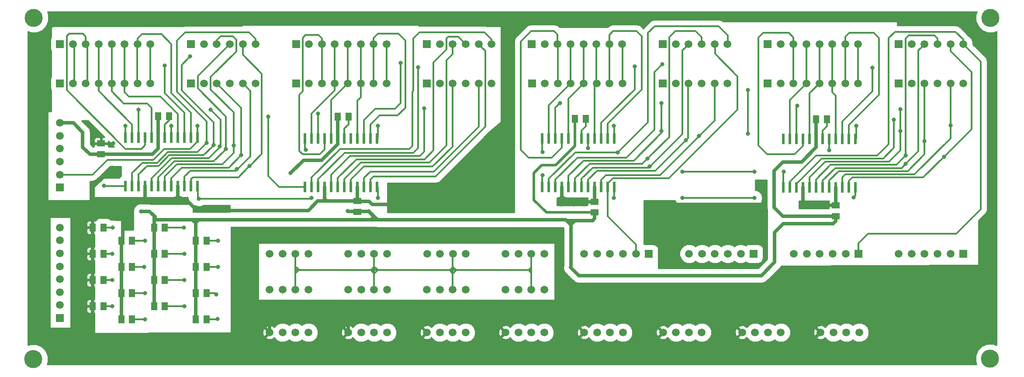
<source format=gtl>
G04 #@! TF.FileFunction,Copper,L1,Top,Signal*
%FSLAX46Y46*%
G04 Gerber Fmt 4.6, Leading zero omitted, Abs format (unit mm)*
G04 Created by KiCad (PCBNEW 4.0.7) date 01/22/18 21:40:53*
%MOMM*%
%LPD*%
G01*
G04 APERTURE LIST*
%ADD10C,0.100000*%
%ADD11R,0.600000X2.000000*%
%ADD12R,1.145000X1.500000*%
%ADD13R,1.500000X1.500000*%
%ADD14C,1.500000*%
%ADD15R,1.500000X1.145000*%
%ADD16C,3.500000*%
%ADD17C,0.800000*%
%ADD18C,0.300000*%
%ADD19C,0.700000*%
%ADD20C,0.500000*%
%ADD21C,0.254000*%
G04 APERTURE END LIST*
D10*
D11*
X69342000Y-86869000D03*
X70612000Y-86869000D03*
X71882000Y-86869000D03*
X73152000Y-86869000D03*
X74422000Y-86869000D03*
X75692000Y-86869000D03*
X76962000Y-86869000D03*
X78232000Y-86869000D03*
X79502000Y-86869000D03*
X80772000Y-86869000D03*
X82042000Y-86869000D03*
X83312000Y-86869000D03*
X83312000Y-77469000D03*
X82042000Y-77469000D03*
X80772000Y-77469000D03*
X79502000Y-77469000D03*
X78232000Y-77469000D03*
X76962000Y-77469000D03*
X75692000Y-77469000D03*
X74422000Y-77469000D03*
X73152000Y-77469000D03*
X71882000Y-77469000D03*
X70612000Y-77469000D03*
X69342000Y-77469000D03*
X104140000Y-86997000D03*
X105410000Y-86997000D03*
X106680000Y-86997000D03*
X107950000Y-86997000D03*
X109220000Y-86997000D03*
X110490000Y-86997000D03*
X111760000Y-86997000D03*
X113030000Y-86997000D03*
X114300000Y-86997000D03*
X115570000Y-86997000D03*
X116840000Y-86997000D03*
X118110000Y-86997000D03*
X118110000Y-77597000D03*
X116840000Y-77597000D03*
X115570000Y-77597000D03*
X114300000Y-77597000D03*
X113030000Y-77597000D03*
X111760000Y-77597000D03*
X110490000Y-77597000D03*
X109220000Y-77597000D03*
X107950000Y-77597000D03*
X106680000Y-77597000D03*
X105410000Y-77597000D03*
X104140000Y-77597000D03*
X150114000Y-86997000D03*
X151384000Y-86997000D03*
X152654000Y-86997000D03*
X153924000Y-86997000D03*
X155194000Y-86997000D03*
X156464000Y-86997000D03*
X157734000Y-86997000D03*
X159004000Y-86997000D03*
X160274000Y-86997000D03*
X161544000Y-86997000D03*
X162814000Y-86997000D03*
X164084000Y-86997000D03*
X164084000Y-77597000D03*
X162814000Y-77597000D03*
X161544000Y-77597000D03*
X160274000Y-77597000D03*
X159004000Y-77597000D03*
X157734000Y-77597000D03*
X156464000Y-77597000D03*
X155194000Y-77597000D03*
X153924000Y-77597000D03*
X152654000Y-77597000D03*
X151384000Y-77597000D03*
X150114000Y-77597000D03*
X196850000Y-87124000D03*
X198120000Y-87124000D03*
X199390000Y-87124000D03*
X200660000Y-87124000D03*
X201930000Y-87124000D03*
X203200000Y-87124000D03*
X204470000Y-87124000D03*
X205740000Y-87124000D03*
X207010000Y-87124000D03*
X208280000Y-87124000D03*
X209550000Y-87124000D03*
X210820000Y-87124000D03*
X210820000Y-77724000D03*
X209550000Y-77724000D03*
X208280000Y-77724000D03*
X207010000Y-77724000D03*
X205740000Y-77724000D03*
X204470000Y-77724000D03*
X203200000Y-77724000D03*
X201930000Y-77724000D03*
X200660000Y-77724000D03*
X199390000Y-77724000D03*
X198120000Y-77724000D03*
X196850000Y-77724000D03*
D12*
X82952000Y-112649000D03*
X85037000Y-112649000D03*
D13*
X82042000Y-59309000D03*
D14*
X84542000Y-59309000D03*
X87042000Y-59309000D03*
X89542000Y-59309000D03*
X92042000Y-59309000D03*
X94542000Y-59309000D03*
D13*
X82042000Y-66929000D03*
D14*
X84542000Y-66929000D03*
X87042000Y-66929000D03*
X89542000Y-66929000D03*
X92042000Y-66929000D03*
X94542000Y-66929000D03*
D12*
X74877000Y-110109000D03*
X76962000Y-110109000D03*
X82952000Y-107569000D03*
X85037000Y-107569000D03*
X74877000Y-105029000D03*
X76962000Y-105029000D03*
X82952000Y-102489000D03*
X85037000Y-102489000D03*
X74877000Y-99949000D03*
X76962000Y-99949000D03*
X82952000Y-97409000D03*
X85037000Y-97409000D03*
X74877000Y-94869000D03*
X76962000Y-94869000D03*
X203200000Y-73914000D03*
X205285000Y-73914000D03*
X156464000Y-73787000D03*
X158549000Y-73787000D03*
X110490000Y-73406000D03*
X112575000Y-73406000D03*
X75692000Y-73279000D03*
X77777000Y-73279000D03*
D13*
X219202000Y-66929000D03*
D14*
X221702000Y-66929000D03*
X224202000Y-66929000D03*
X226702000Y-66929000D03*
X229202000Y-66929000D03*
X231702000Y-66929000D03*
D13*
X193802000Y-66929000D03*
D14*
X196302000Y-66929000D03*
X198802000Y-66929000D03*
X201302000Y-66929000D03*
X203802000Y-66929000D03*
X206302000Y-66929000D03*
X208802000Y-66929000D03*
X211302000Y-66929000D03*
D13*
X173482000Y-66929000D03*
D14*
X175982000Y-66929000D03*
X178482000Y-66929000D03*
X180982000Y-66929000D03*
X183482000Y-66929000D03*
X185982000Y-66929000D03*
D13*
X148122000Y-66929000D03*
D14*
X150622000Y-66929000D03*
X153122000Y-66929000D03*
X155622000Y-66929000D03*
X158122000Y-66929000D03*
X160622000Y-66929000D03*
X163122000Y-66929000D03*
X165622000Y-66929000D03*
D13*
X127762000Y-66929000D03*
D14*
X130262000Y-66929000D03*
X132762000Y-66929000D03*
X135262000Y-66929000D03*
X137762000Y-66929000D03*
X140262000Y-66929000D03*
D13*
X102402000Y-66929000D03*
D14*
X104902000Y-66929000D03*
X107402000Y-66929000D03*
X109902000Y-66929000D03*
X112402000Y-66929000D03*
X114902000Y-66929000D03*
X117402000Y-66929000D03*
X119902000Y-66929000D03*
D13*
X56642000Y-66929000D03*
D14*
X59142000Y-66929000D03*
X61642000Y-66929000D03*
X64142000Y-66929000D03*
X66642000Y-66929000D03*
X69142000Y-66929000D03*
X71642000Y-66929000D03*
X74142000Y-66929000D03*
D13*
X231702000Y-99949000D03*
D14*
X229202000Y-99949000D03*
X226702000Y-99949000D03*
X224202000Y-99949000D03*
X221702000Y-99949000D03*
X219202000Y-99949000D03*
D13*
X211382000Y-99949000D03*
D14*
X208882000Y-99949000D03*
X206382000Y-99949000D03*
X203882000Y-99949000D03*
X201382000Y-99949000D03*
X198882000Y-99949000D03*
D13*
X191062000Y-99949000D03*
D14*
X188562000Y-99949000D03*
X186062000Y-99949000D03*
X183562000Y-99949000D03*
X181062000Y-99949000D03*
X178562000Y-99949000D03*
D13*
X170742000Y-99949000D03*
D14*
X168242000Y-99949000D03*
X165742000Y-99949000D03*
X163242000Y-99949000D03*
X160742000Y-99949000D03*
X158242000Y-99949000D03*
D13*
X56642000Y-87089000D03*
D14*
X56642000Y-84589000D03*
X56642000Y-82089000D03*
X56642000Y-79589000D03*
X56642000Y-77089000D03*
X56642000Y-74589000D03*
X150502000Y-106934000D03*
X148002000Y-106934000D03*
X145502000Y-106934000D03*
X143002000Y-106934000D03*
X135262000Y-106934000D03*
X132762000Y-106934000D03*
X130262000Y-106934000D03*
X127762000Y-106934000D03*
X120022000Y-106934000D03*
X117522000Y-106934000D03*
X115022000Y-106934000D03*
X112522000Y-106934000D03*
X104782000Y-106934000D03*
X102282000Y-106934000D03*
X99782000Y-106934000D03*
X97282000Y-106934000D03*
X150502000Y-99949000D03*
X148002000Y-99949000D03*
X145502000Y-99949000D03*
X143002000Y-99949000D03*
X135302000Y-99949000D03*
X132802000Y-99949000D03*
X130302000Y-99949000D03*
X127802000Y-99949000D03*
X104782000Y-99949000D03*
X102282000Y-99949000D03*
X99782000Y-99949000D03*
X97282000Y-99949000D03*
D13*
X56642000Y-112369000D03*
D14*
X56642000Y-109869000D03*
X56642000Y-107369000D03*
X56642000Y-104869000D03*
X56642000Y-102369000D03*
X56642000Y-99869000D03*
X56642000Y-97369000D03*
X56642000Y-94869000D03*
X211542000Y-115189000D03*
X209042000Y-115189000D03*
X206542000Y-115189000D03*
X204042000Y-115189000D03*
X196342000Y-115189000D03*
X193842000Y-115189000D03*
X191342000Y-115189000D03*
X188842000Y-115189000D03*
X181022000Y-115189000D03*
X178522000Y-115189000D03*
X176022000Y-115189000D03*
X173522000Y-115189000D03*
X165742000Y-115189000D03*
X163242000Y-115189000D03*
X160742000Y-115189000D03*
X158242000Y-115189000D03*
X150502000Y-115189000D03*
X148002000Y-115189000D03*
X145502000Y-115189000D03*
X143002000Y-115189000D03*
X135262000Y-115189000D03*
X132762000Y-115189000D03*
X130262000Y-115189000D03*
X127762000Y-115189000D03*
X120022000Y-115189000D03*
X117522000Y-115189000D03*
X115022000Y-115189000D03*
X112522000Y-115189000D03*
X104782000Y-115189000D03*
X102282000Y-115189000D03*
X99782000Y-115189000D03*
X97282000Y-115189000D03*
D13*
X219202000Y-59309000D03*
D14*
X221702000Y-59309000D03*
X224202000Y-59309000D03*
X226702000Y-59309000D03*
X229202000Y-59309000D03*
X231702000Y-59309000D03*
D13*
X193802000Y-59309000D03*
D14*
X196302000Y-59309000D03*
X198802000Y-59309000D03*
X201302000Y-59309000D03*
X203802000Y-59309000D03*
X206302000Y-59309000D03*
X208802000Y-59309000D03*
X211302000Y-59309000D03*
D13*
X173482000Y-59309000D03*
D14*
X175982000Y-59309000D03*
X178482000Y-59309000D03*
X180982000Y-59309000D03*
X183482000Y-59309000D03*
X185982000Y-59309000D03*
D13*
X148082000Y-59309000D03*
D14*
X150582000Y-59309000D03*
X153082000Y-59309000D03*
X155582000Y-59309000D03*
X158082000Y-59309000D03*
X160582000Y-59309000D03*
X163082000Y-59309000D03*
X165582000Y-59309000D03*
D13*
X127762000Y-59309000D03*
D14*
X130262000Y-59309000D03*
X132762000Y-59309000D03*
X135262000Y-59309000D03*
X137762000Y-59309000D03*
X140262000Y-59309000D03*
D13*
X102402000Y-59309000D03*
D14*
X104902000Y-59309000D03*
X107402000Y-59309000D03*
X109902000Y-59309000D03*
X112402000Y-59309000D03*
X114902000Y-59309000D03*
X117402000Y-59309000D03*
X119902000Y-59309000D03*
D13*
X56642000Y-59309000D03*
D14*
X59142000Y-59309000D03*
X61642000Y-59309000D03*
X64142000Y-59309000D03*
X66642000Y-59309000D03*
X69142000Y-59309000D03*
X71642000Y-59309000D03*
X74142000Y-59309000D03*
D15*
X207010000Y-92636000D03*
X207010000Y-90551000D03*
X160274000Y-91948000D03*
X160274000Y-89863000D03*
X114300000Y-91821000D03*
X114300000Y-89736000D03*
X64600000Y-80642500D03*
X64600000Y-78557500D03*
D12*
X68527000Y-112649000D03*
X70612000Y-112649000D03*
X62992000Y-110109000D03*
X65077000Y-110109000D03*
X68527000Y-107569000D03*
X70612000Y-107569000D03*
X62992000Y-105029000D03*
X65077000Y-105029000D03*
X68527000Y-102489000D03*
X70612000Y-102489000D03*
X62992000Y-99949000D03*
X65077000Y-99949000D03*
X62992000Y-94869000D03*
X65077000Y-94869000D03*
X68527000Y-97409000D03*
X70612000Y-97409000D03*
D14*
X120022000Y-99949000D03*
X117522000Y-99949000D03*
X115022000Y-99949000D03*
X112522000Y-99949000D03*
D16*
X51484867Y-120338819D03*
X236905439Y-120233904D03*
X236982000Y-54229000D03*
X51562000Y-54229000D03*
D17*
X66896384Y-78573497D03*
X153000000Y-95200000D03*
X149400000Y-95200000D03*
X146400000Y-95200000D03*
X143000000Y-95200000D03*
X140000000Y-95200000D03*
X137400000Y-95200000D03*
X134200000Y-95200000D03*
X131000000Y-95200000D03*
X127800000Y-95200000D03*
X124600000Y-95200000D03*
X121800000Y-95200000D03*
X158200000Y-90390696D03*
X156200000Y-90390696D03*
X170701769Y-90455493D03*
X173242799Y-90434140D03*
X192500000Y-87000000D03*
X192619336Y-94728215D03*
X192569631Y-92392072D03*
X192569630Y-90552982D03*
X142750000Y-90424000D03*
X139750000Y-90424000D03*
X66802000Y-84709000D03*
X143637000Y-59309000D03*
X143637000Y-62484000D03*
X143637000Y-65659000D03*
X143637000Y-69469000D03*
X143637000Y-72644000D03*
X226695000Y-54229000D03*
X236982000Y-64770000D03*
X121793000Y-90424000D03*
X124714000Y-90424000D03*
X127635000Y-90424000D03*
X130937000Y-90424000D03*
X134239000Y-90424000D03*
X66796944Y-83265973D03*
X83439000Y-91313000D03*
X88265000Y-91313000D03*
X85598000Y-91313000D03*
X192532000Y-96774000D03*
X203962000Y-90932000D03*
X201443833Y-90909950D03*
X229362000Y-54229000D03*
X231902000Y-54229000D03*
X236982000Y-59944000D03*
X236982000Y-62484000D03*
X235712000Y-107569000D03*
X235712000Y-110109000D03*
X235712000Y-112649000D03*
X228092000Y-118999000D03*
X225552000Y-118999000D03*
X223012000Y-118999000D03*
X51562000Y-107569000D03*
X51562000Y-110109000D03*
X51562000Y-112649000D03*
X60452000Y-118999000D03*
X62992000Y-118999000D03*
X65532000Y-118999000D03*
X62992000Y-54229000D03*
X60452000Y-54229000D03*
X57912000Y-54229000D03*
X52832000Y-59309000D03*
X52832000Y-61849000D03*
X52832000Y-64389000D03*
X153788509Y-90390696D03*
X176022000Y-90424000D03*
X137287000Y-90424000D03*
X80681691Y-94895497D03*
X66859671Y-94895497D03*
X87228129Y-97421043D03*
X73152000Y-97409000D03*
X80772000Y-99949000D03*
X66802000Y-99949000D03*
X72977961Y-102454177D03*
X87258875Y-102488213D03*
X80772000Y-105029000D03*
X66802000Y-105029000D03*
X86932093Y-107837773D03*
X73152000Y-107569000D03*
X80772000Y-110109000D03*
X66802000Y-110109000D03*
X87210104Y-112587821D03*
X73152000Y-112649000D03*
X72341637Y-91707249D03*
X112406078Y-91642973D03*
X101346000Y-84328000D03*
X76940774Y-63491474D03*
X71882000Y-72009000D03*
X90293581Y-78994000D03*
X88813502Y-79649366D03*
X93335793Y-82974847D03*
X85065462Y-78437169D03*
X122682000Y-62992000D03*
X106680000Y-72771000D03*
X168021000Y-63627000D03*
X153543000Y-70739000D03*
X170942000Y-83009901D03*
X170489874Y-81509010D03*
X164757441Y-80289061D03*
X214122000Y-63881000D03*
X199517000Y-71247000D03*
X220494924Y-82550000D03*
X220491210Y-80933599D03*
X227965000Y-81120416D03*
X78214643Y-75123023D03*
X86434412Y-78877825D03*
X81822466Y-61724875D03*
X90923497Y-83547610D03*
X87604797Y-79085601D03*
X85852000Y-72009000D03*
X91783727Y-80786370D03*
X210947000Y-75184000D03*
X163957000Y-75184000D03*
X118237000Y-75184000D03*
X83312000Y-75184000D03*
X210443612Y-89068784D03*
X191262000Y-89154000D03*
X177292000Y-89154000D03*
X105390064Y-89074536D03*
X163957000Y-89154000D03*
X118237000Y-89154000D03*
X83566000Y-89281000D03*
X65168205Y-86767554D03*
X159004000Y-79439051D03*
X189967731Y-68242775D03*
X189992000Y-76708000D03*
X173355000Y-63246000D03*
X180496776Y-77133400D03*
X173228000Y-76200000D03*
X173228000Y-70739000D03*
X177928771Y-77978000D03*
X205740000Y-79883000D03*
X218269844Y-73966692D03*
X229202000Y-75057000D03*
X219529419Y-76200000D03*
X219529419Y-71926800D03*
X224202000Y-78105000D03*
X127243137Y-71746544D03*
X126043662Y-63782807D03*
X96975820Y-73396254D03*
X69342000Y-75184000D03*
X150203461Y-84685309D03*
X104254997Y-79834308D03*
X191262000Y-84074000D03*
X177292000Y-84074000D03*
X150165355Y-80203820D03*
X196893305Y-84074000D03*
D18*
X66880387Y-78557500D02*
X66896384Y-78573497D01*
X64600000Y-78557500D02*
X66880387Y-78557500D01*
D19*
X62992000Y-94869000D02*
X62992000Y-92329000D01*
X114300000Y-89736000D02*
X114393517Y-89829517D01*
X114393517Y-89829517D02*
X116521875Y-89829517D01*
X116521875Y-89829517D02*
X117116358Y-90424000D01*
X117116358Y-90424000D02*
X121793000Y-90424000D01*
X146400000Y-95200000D02*
X149400000Y-95200000D01*
X140000000Y-95200000D02*
X143000000Y-95200000D01*
X134200000Y-95200000D02*
X137400000Y-95200000D01*
X127800000Y-95200000D02*
X131000000Y-95200000D01*
X121800000Y-95200000D02*
X124600000Y-95200000D01*
X156200000Y-90390696D02*
X158200000Y-90390696D01*
X153788509Y-90390696D02*
X156200000Y-90390696D01*
X170723122Y-90434140D02*
X170701769Y-90455493D01*
X173242799Y-90434140D02*
X170723122Y-90434140D01*
X193250000Y-88250000D02*
X193250000Y-87750000D01*
X193250000Y-87750000D02*
X192500000Y-87000000D01*
X193250000Y-89872612D02*
X193250000Y-88250000D01*
X192569630Y-90552982D02*
X193250000Y-89872612D01*
X192532000Y-96774000D02*
X192532000Y-94815551D01*
X192532000Y-94815551D02*
X192619336Y-94728215D01*
X192569631Y-91826387D02*
X192569631Y-92392072D01*
X192569630Y-90552982D02*
X192569631Y-91826387D01*
X192440648Y-90424000D02*
X192569630Y-90552982D01*
X176022000Y-90424000D02*
X192440648Y-90424000D01*
X137287000Y-90424000D02*
X139750000Y-90424000D01*
X81407000Y-89789000D02*
X83185000Y-91567000D01*
X83185000Y-91567000D02*
X85344000Y-91567000D01*
X85344000Y-91567000D02*
X85598000Y-91313000D01*
X81407000Y-89789000D02*
X83190932Y-91572932D01*
X83190932Y-91572932D02*
X104760039Y-91572932D01*
X104760039Y-91572932D02*
X106596971Y-89736000D01*
X106596971Y-89736000D02*
X107442000Y-89736000D01*
X85598000Y-91313000D02*
X85351350Y-91559650D01*
X85351350Y-91559650D02*
X83685650Y-91559650D01*
X83685650Y-91559650D02*
X83439000Y-91313000D01*
X66796944Y-83265973D02*
X66796944Y-84703944D01*
X66796944Y-84703944D02*
X66802000Y-84709000D01*
X143637000Y-62484000D02*
X143637000Y-59309000D01*
X143637000Y-69469000D02*
X143637000Y-65659000D01*
X137287000Y-85344000D02*
X143637000Y-78994000D01*
X143637000Y-78994000D02*
X143637000Y-72644000D01*
X137287000Y-90424000D02*
X137287000Y-85344000D01*
X229362000Y-54229000D02*
X226695000Y-54229000D01*
X236982000Y-93599000D02*
X236982000Y-64770000D01*
X236982000Y-62484000D02*
X236982000Y-64770000D01*
X68527000Y-97409000D02*
X68800888Y-97135112D01*
X68800888Y-97135112D02*
X68800888Y-92602888D01*
X68800888Y-92602888D02*
X68527000Y-92329000D01*
X121793000Y-90424000D02*
X124714000Y-90424000D01*
X124714000Y-90424000D02*
X127635000Y-90424000D01*
X127635000Y-90424000D02*
X130937000Y-90424000D01*
X130937000Y-90424000D02*
X134239000Y-90424000D01*
X137287000Y-90424000D02*
X134239000Y-90424000D01*
X62992000Y-87070917D02*
X66396945Y-83665972D01*
X62992000Y-91694000D02*
X62992000Y-87070917D01*
X66396945Y-83665972D02*
X66796944Y-83265973D01*
X79502000Y-89789000D02*
X81407000Y-89789000D01*
X107950000Y-89111016D02*
X107950000Y-89357211D01*
X107950000Y-89357211D02*
X107578990Y-89728221D01*
X107578990Y-89728221D02*
X107361286Y-89728221D01*
X107361286Y-89728221D02*
X107369065Y-89736000D01*
X107369065Y-89736000D02*
X107442000Y-89736000D01*
X107950000Y-89111016D02*
X107950000Y-89361814D01*
X107950000Y-89361814D02*
X108324186Y-89736000D01*
X108324186Y-89736000D02*
X108786000Y-89736000D01*
X201802783Y-90551000D02*
X201443833Y-90909950D01*
X207010000Y-90551000D02*
X201802783Y-90551000D01*
X200660000Y-90126117D02*
X201043834Y-90509951D01*
X200660000Y-87124000D02*
X200660000Y-90126117D01*
X201043834Y-90509951D02*
X201443833Y-90909950D01*
X233807000Y-56769000D02*
X231902000Y-54864000D01*
X231902000Y-54864000D02*
X231902000Y-54229000D01*
X236982000Y-59944000D02*
X233807000Y-56769000D01*
X235712000Y-94869000D02*
X236982000Y-93599000D01*
X235712000Y-107569000D02*
X235712000Y-94869000D01*
X235712000Y-112649000D02*
X235712000Y-110109000D01*
X225552000Y-118999000D02*
X228092000Y-118999000D01*
X202772000Y-116539000D02*
X205232000Y-118999000D01*
X205232000Y-118999000D02*
X223012000Y-118999000D01*
X202772000Y-116459000D02*
X202772000Y-116539000D01*
X204042000Y-115189000D02*
X202772000Y-116459000D01*
X51562000Y-112649000D02*
X51562000Y-110109000D01*
X62992000Y-118999000D02*
X60452000Y-118999000D01*
X62992000Y-116459000D02*
X65532000Y-118999000D01*
X62992000Y-110109000D02*
X62992000Y-116459000D01*
X60452000Y-54229000D02*
X62992000Y-54229000D01*
X52832000Y-58039000D02*
X56642000Y-54229000D01*
X56642000Y-54229000D02*
X57912000Y-54229000D01*
X52832000Y-59309000D02*
X52832000Y-58039000D01*
X52832000Y-64389000D02*
X52832000Y-61849000D01*
X107442000Y-89736000D02*
X108786000Y-89736000D01*
X107950000Y-86997000D02*
X107950000Y-89111016D01*
X154316205Y-89863000D02*
X154322889Y-89869684D01*
X154322889Y-89869684D02*
X154804589Y-89869684D01*
X154804589Y-89869684D02*
X154809120Y-89874215D01*
X154809120Y-89874215D02*
X154644215Y-89874215D01*
X154644215Y-89874215D02*
X153924000Y-89154000D01*
X154745452Y-89863000D02*
X154752338Y-89869886D01*
X154752338Y-89869886D02*
X159217114Y-89869886D01*
X159217114Y-89869886D02*
X159224000Y-89863000D01*
X159224000Y-89863000D02*
X160274000Y-89863000D01*
X153788509Y-90390696D02*
X153914070Y-90390696D01*
X153914070Y-90390696D02*
X153919139Y-90385627D01*
X153919139Y-90385627D02*
X153919139Y-89867861D01*
X153919139Y-89867861D02*
X153924000Y-89863000D01*
X153924000Y-86997000D02*
X153924000Y-89154000D01*
X153924000Y-89154000D02*
X153924000Y-89863000D01*
X153924000Y-89863000D02*
X154745452Y-89863000D01*
X97282000Y-115189000D02*
X97282000Y-112600632D01*
X97282000Y-112600632D02*
X98503632Y-111379000D01*
X98503632Y-111379000D02*
X111504091Y-111379000D01*
X111504091Y-111379000D02*
X112522000Y-112396909D01*
X112522000Y-112396909D02*
X112522000Y-115189000D01*
X154188508Y-89990697D02*
X153788509Y-90390696D01*
X154316205Y-89863000D02*
X154188508Y-89990697D01*
X154745452Y-89863000D02*
X154316205Y-89863000D01*
X68532858Y-91059000D02*
X68532858Y-91233142D01*
X68532858Y-91233142D02*
X68072000Y-91694000D01*
X68532858Y-91059000D02*
X68532858Y-91426286D01*
X68532858Y-90581472D02*
X68532858Y-91059000D01*
X74168000Y-89789000D02*
X69325330Y-89789000D01*
X69325330Y-89789000D02*
X68532858Y-90581472D01*
X68532858Y-91426286D02*
X68520274Y-91438870D01*
X68527000Y-92329000D02*
X68527000Y-91442587D01*
X68527000Y-92329000D02*
X68527000Y-91890857D01*
X68286107Y-91694000D02*
X68072000Y-91694000D01*
X68072000Y-91694000D02*
X67941713Y-91694000D01*
X68527000Y-92329000D02*
X68527000Y-92149000D01*
X68527000Y-92149000D02*
X68072000Y-91694000D01*
X62992000Y-91694000D02*
X62992000Y-92329000D01*
X63627000Y-91694000D02*
X62992000Y-92329000D01*
X63627000Y-91694000D02*
X62992000Y-91694000D01*
X67941713Y-91694000D02*
X63627000Y-91694000D01*
X63627000Y-91694000D02*
X62992000Y-91059000D01*
X68527000Y-91890857D02*
X68294651Y-91658508D01*
X68294651Y-91658508D02*
X68308050Y-91658508D01*
X68308050Y-91658508D02*
X68489381Y-91839839D01*
X68286107Y-91683480D02*
X68286107Y-91694000D01*
X207010000Y-90551000D02*
X207010000Y-89678500D01*
X207010000Y-89678500D02*
X207010000Y-87124000D01*
X160274000Y-86997000D02*
X160274000Y-89863000D01*
X74168000Y-89789000D02*
X73914000Y-89789000D01*
X79502000Y-89789000D02*
X74168000Y-89789000D01*
X108786000Y-89736000D02*
X114300000Y-89736000D01*
X114300000Y-86997000D02*
X114300000Y-89736000D01*
X73914000Y-89789000D02*
X73152000Y-89027000D01*
X73152000Y-89027000D02*
X73152000Y-86869000D01*
X79502000Y-89789000D02*
X79502000Y-86869000D01*
X68527000Y-97409000D02*
X68527000Y-98459000D01*
X68527000Y-98459000D02*
X68527000Y-102489000D01*
X68527000Y-102489000D02*
X68527000Y-107569000D01*
X68527000Y-112649000D02*
X68527000Y-111599000D01*
X68527000Y-111599000D02*
X68527000Y-107569000D01*
X62992000Y-105029000D02*
X62992000Y-110109000D01*
X62992000Y-99949000D02*
X62992000Y-105029000D01*
X62992000Y-94869000D02*
X62992000Y-99949000D01*
D18*
X80681691Y-94895497D02*
X76988497Y-94895497D01*
X76988497Y-94895497D02*
X76962000Y-94869000D01*
X66833174Y-94869000D02*
X66859671Y-94895497D01*
X65077000Y-94869000D02*
X66833174Y-94869000D01*
X87228129Y-97421043D02*
X85049043Y-97421043D01*
X85049043Y-97421043D02*
X85037000Y-97409000D01*
X70612000Y-97409000D02*
X73152000Y-97409000D01*
X80772000Y-99949000D02*
X76962000Y-99949000D01*
X65077000Y-99949000D02*
X66802000Y-99949000D01*
X72943138Y-102489000D02*
X72977961Y-102454177D01*
X70612000Y-102489000D02*
X72943138Y-102489000D01*
X87258875Y-102488213D02*
X85037787Y-102488213D01*
X85037787Y-102488213D02*
X85037000Y-102489000D01*
X87258088Y-102489000D02*
X87258875Y-102488213D01*
X80772000Y-105029000D02*
X76962000Y-105029000D01*
X65077000Y-105029000D02*
X66802000Y-105029000D01*
X85037000Y-107569000D02*
X86663320Y-107569000D01*
X86663320Y-107569000D02*
X86932093Y-107837773D01*
X70612000Y-107569000D02*
X73152000Y-107569000D01*
X80772000Y-110109000D02*
X76962000Y-110109000D01*
X65077000Y-110109000D02*
X66802000Y-110109000D01*
X85037000Y-112649000D02*
X87148925Y-112649000D01*
X87148925Y-112649000D02*
X87210104Y-112587821D01*
X70612000Y-112649000D02*
X73152000Y-112649000D01*
D19*
X203200000Y-77724000D02*
X203200000Y-79303470D01*
X203200000Y-79303470D02*
X200360076Y-82143394D01*
X196717709Y-92636000D02*
X199229490Y-92636000D01*
X200360076Y-82143394D02*
X196753842Y-82143394D01*
X196753842Y-82143394D02*
X195072000Y-83825236D01*
X195072000Y-83825236D02*
X195072000Y-90990291D01*
X195072000Y-90990291D02*
X196717709Y-92636000D01*
X82277650Y-93326650D02*
X75291671Y-93326650D01*
X75291671Y-93326650D02*
X74877000Y-92911979D01*
X74877000Y-92911979D02*
X74877000Y-94869000D01*
X75076207Y-93212517D02*
X75076207Y-92786025D01*
X75076207Y-92786025D02*
X73997431Y-91707249D01*
X73997431Y-91707249D02*
X72907322Y-91707249D01*
X72907322Y-91707249D02*
X72341637Y-91707249D01*
X56642000Y-74589000D02*
X59229461Y-74589000D01*
X59229461Y-74589000D02*
X61051328Y-76410867D01*
X61051328Y-76410867D02*
X61051328Y-79312683D01*
X61051328Y-79312683D02*
X62430602Y-80691957D01*
X62430602Y-80691957D02*
X74590239Y-80691957D01*
X74590239Y-80691957D02*
X75692000Y-79590196D01*
X75692000Y-79590196D02*
X75692000Y-79169000D01*
X75692000Y-79169000D02*
X75692000Y-77469000D01*
X116910507Y-93326650D02*
X118080368Y-93326650D01*
D18*
X118080368Y-93326650D02*
X118122810Y-93369092D01*
D19*
X154813000Y-93495431D02*
X154686661Y-93369092D01*
X154686661Y-93369092D02*
X118122810Y-93369092D01*
X118122810Y-93369092D02*
X116488499Y-91734781D01*
X116488499Y-91734781D02*
X116488499Y-91676574D01*
X83566000Y-93326650D02*
X116910507Y-93326650D01*
X116910507Y-93326650D02*
X117521090Y-92716067D01*
X117521090Y-92716067D02*
X116515927Y-91710904D01*
X116515927Y-91710904D02*
X112474009Y-91710904D01*
X112474009Y-91710904D02*
X112406078Y-91642973D01*
X155669664Y-94533310D02*
X155669664Y-102543990D01*
X155604528Y-102609126D02*
X157185534Y-104190132D01*
X157185534Y-104190132D02*
X192554920Y-104190132D01*
X155669664Y-102543990D02*
X155604528Y-102609126D01*
X192554920Y-104190132D02*
X195149341Y-101595711D01*
X195149341Y-101595711D02*
X195149341Y-95810213D01*
X195149341Y-95810213D02*
X196808492Y-94151062D01*
X196808492Y-94151062D02*
X200603801Y-94151062D01*
X159946078Y-93464752D02*
X159886175Y-93524655D01*
X159886175Y-93524655D02*
X156873700Y-93524655D01*
X156704422Y-93498552D02*
X156438175Y-93498552D01*
X156438175Y-93498552D02*
X155669664Y-94267063D01*
X155669664Y-94267063D02*
X155669664Y-94533310D01*
X156896533Y-93495431D02*
X154813000Y-93495431D01*
D18*
X155669664Y-94533310D02*
X155669664Y-94352095D01*
D19*
X155669664Y-94352095D02*
X154813000Y-93495431D01*
X200271305Y-94139025D02*
X200280097Y-94147817D01*
X200280097Y-94147817D02*
X206453508Y-94147817D01*
X206453508Y-94147817D02*
X207010000Y-93591325D01*
X207010000Y-93591325D02*
X207010000Y-92636000D01*
X207010000Y-92636000D02*
X199229490Y-92636000D01*
X199229490Y-92636000D02*
X199287061Y-92636000D01*
D20*
X160274000Y-91948000D02*
X150911463Y-91948000D01*
X150911463Y-91948000D02*
X148500022Y-89536559D01*
X148500022Y-89536559D02*
X148500022Y-84312488D01*
X148500022Y-84312488D02*
X150026832Y-82785678D01*
X150026832Y-82785678D02*
X152689765Y-82785678D01*
X156464000Y-79011443D02*
X156464000Y-77597000D01*
X152689765Y-82785678D02*
X156464000Y-79011443D01*
D19*
X160274000Y-91948000D02*
X160274000Y-93106614D01*
X160274000Y-93106614D02*
X159911957Y-93468657D01*
X82277650Y-93326650D02*
X82931000Y-93326650D01*
X82931000Y-93326650D02*
X83566000Y-93326650D01*
X82931000Y-93980000D02*
X82931000Y-93326650D01*
X82931000Y-93980000D02*
X82931000Y-93961650D01*
X82931000Y-93961650D02*
X83566000Y-93326650D01*
X110490000Y-77597000D02*
X110490000Y-78703592D01*
X110490000Y-78703592D02*
X107347746Y-81845846D01*
X107347746Y-81845846D02*
X103828154Y-81845846D01*
X103828154Y-81845846D02*
X101346000Y-84328000D01*
X203200000Y-77724000D02*
X203200000Y-76424000D01*
X203200000Y-76424000D02*
X203200000Y-73914000D01*
D20*
X156464000Y-77597000D02*
X156464000Y-73787000D01*
D19*
X110490000Y-77597000D02*
X110490000Y-76297000D01*
X110490000Y-76297000D02*
X110490000Y-73406000D01*
X75692000Y-77469000D02*
X75692000Y-78169000D01*
X75692000Y-77469000D02*
X75692000Y-73327553D01*
X75692000Y-73327553D02*
X75693586Y-73325967D01*
X82952000Y-97409000D02*
X82952000Y-96359000D01*
X82931000Y-93980000D02*
X82277650Y-93326650D01*
X82952000Y-96359000D02*
X82931000Y-96338000D01*
X82931000Y-96338000D02*
X82931000Y-93980000D01*
X82952000Y-107569000D02*
X82952000Y-108619000D01*
X82952000Y-108619000D02*
X82952000Y-112649000D01*
X82952000Y-102489000D02*
X82952000Y-103539000D01*
X82952000Y-103539000D02*
X82952000Y-107569000D01*
X82952000Y-97409000D02*
X82952000Y-102489000D01*
X74877000Y-110109000D02*
X74877000Y-109059000D01*
X74877000Y-109059000D02*
X74877000Y-105029000D01*
X74877000Y-105029000D02*
X74877000Y-103979000D01*
X74877000Y-103979000D02*
X74877000Y-99949000D01*
X74877000Y-94869000D02*
X74877000Y-99949000D01*
D18*
X76940774Y-64057159D02*
X76940774Y-63491474D01*
X76940774Y-68812774D02*
X76940774Y-64057159D01*
X80772000Y-72644000D02*
X76940774Y-68812774D01*
X80772000Y-77469000D02*
X80772000Y-72644000D01*
X59422000Y-66929000D02*
X59422000Y-65868340D01*
X59422000Y-65868340D02*
X59422000Y-59309000D01*
X61642000Y-58248340D02*
X61642000Y-59309000D01*
X61063784Y-57274593D02*
X61642000Y-57852809D01*
X58422407Y-57274593D02*
X61063784Y-57274593D01*
X73152000Y-78876215D02*
X72418976Y-79609239D01*
X57941999Y-57755001D02*
X58422407Y-57274593D01*
X73152000Y-77469000D02*
X73152000Y-78876215D01*
X57941999Y-68239100D02*
X57941999Y-57755001D01*
X69312138Y-79609239D02*
X57941999Y-68239100D01*
X72418976Y-79609239D02*
X69312138Y-79609239D01*
X61642000Y-57852809D02*
X61642000Y-58248340D01*
X61922000Y-66929000D02*
X61922000Y-59309000D01*
X70612000Y-77469000D02*
X70612000Y-74868862D01*
X70612000Y-74868862D02*
X64142000Y-68398862D01*
X64142000Y-68398862D02*
X64142000Y-66929000D01*
X64142000Y-59309000D02*
X64142000Y-66929000D01*
X74422000Y-77469000D02*
X74422000Y-71683426D01*
X66642840Y-68466194D02*
X66642840Y-66929840D01*
X74422000Y-71683426D02*
X73550782Y-70812208D01*
X73550782Y-70812208D02*
X68988854Y-70812208D01*
X68988854Y-70812208D02*
X66642840Y-68466194D01*
X66642840Y-66929840D02*
X66642000Y-66929000D01*
X66642000Y-66929000D02*
X66642000Y-59309000D01*
X69142000Y-66929000D02*
X69142000Y-65868340D01*
X69142000Y-65868340D02*
X69142000Y-59309000D01*
X79502000Y-77469000D02*
X79502000Y-72871498D01*
X79502000Y-72871498D02*
X76099502Y-69469000D01*
X76099502Y-69469000D02*
X69977000Y-69469000D01*
X69977000Y-69469000D02*
X69142000Y-68634000D01*
X69142000Y-68634000D02*
X69142000Y-66929000D01*
X71922000Y-66929000D02*
X71601119Y-66608119D01*
X71601119Y-66608119D02*
X71601119Y-59629881D01*
X71601119Y-59629881D02*
X71922000Y-59309000D01*
X71642000Y-59309000D02*
X71642000Y-58248340D01*
X71642000Y-58248340D02*
X71851340Y-58039000D01*
X72517000Y-57404000D02*
X71882000Y-58039000D01*
X76327000Y-57404000D02*
X72517000Y-57404000D01*
X78232000Y-59309000D02*
X76327000Y-57404000D01*
X78232000Y-68819533D02*
X78232000Y-59309000D01*
X82042000Y-76769000D02*
X82042000Y-72629533D01*
X82042000Y-72629533D02*
X78232000Y-68819533D01*
X82042000Y-77469000D02*
X82042000Y-76769000D01*
X74422000Y-66929000D02*
X74125139Y-66632139D01*
X74125139Y-66632139D02*
X74125139Y-59605861D01*
X74125139Y-59605861D02*
X74422000Y-59309000D01*
X71882000Y-77469000D02*
X71882000Y-72009000D01*
X90293581Y-78994000D02*
X90293581Y-72553481D01*
X90293581Y-72553481D02*
X85841999Y-68101899D01*
X85841999Y-68101899D02*
X85841999Y-65689230D01*
X85841999Y-65689230D02*
X90816341Y-60714888D01*
X90816341Y-60714888D02*
X90816341Y-58437356D01*
X90816341Y-58437356D02*
X90163985Y-57785000D01*
X90163985Y-57785000D02*
X87770446Y-57785000D01*
X87770446Y-57785000D02*
X87042000Y-58513446D01*
X87042000Y-58513446D02*
X87042000Y-59309000D01*
X90293581Y-80436885D02*
X90293581Y-78994000D01*
X76962000Y-86869000D02*
X76962000Y-84991357D01*
X76962000Y-84991357D02*
X79317488Y-82635869D01*
X79317488Y-82635869D02*
X88094597Y-82635869D01*
X88094597Y-82635869D02*
X90293581Y-80436885D01*
X77011770Y-86819230D02*
X76962000Y-86869000D01*
X75692000Y-86869000D02*
X75692000Y-85109264D01*
X88413503Y-80049365D02*
X88813502Y-79649366D01*
X75692000Y-85109264D02*
X78765406Y-82035858D01*
X78765406Y-82035858D02*
X86427010Y-82035858D01*
X86427010Y-82035858D02*
X88413503Y-80049365D01*
X88813502Y-79083681D02*
X88813502Y-79649366D01*
X83341999Y-67885495D02*
X88813502Y-73356998D01*
X89542000Y-59309000D02*
X83341999Y-65509001D01*
X83341999Y-65509001D02*
X83341999Y-67885495D01*
X88813502Y-73356998D02*
X88813502Y-79083681D01*
X92042000Y-59309000D02*
X92042000Y-61336326D01*
X92042000Y-61336326D02*
X95742430Y-65036756D01*
X95742430Y-65036756D02*
X95742430Y-80568210D01*
X95742430Y-80568210D02*
X93735792Y-82574848D01*
X93735792Y-82574848D02*
X93335793Y-82974847D01*
X82042000Y-86869000D02*
X82042000Y-85514115D01*
X82042000Y-85514115D02*
X82453916Y-85102199D01*
X82453916Y-85102199D02*
X91208441Y-85102199D01*
X91208441Y-85102199D02*
X92935794Y-83374846D01*
X92935794Y-83374846D02*
X93335793Y-82974847D01*
X94542000Y-59309000D02*
X94542000Y-58273213D01*
X94542000Y-58273213D02*
X93291787Y-57023000D01*
X93291787Y-57023000D02*
X80906149Y-57023000D01*
X80906149Y-57023000D02*
X79265165Y-58663984D01*
X79265165Y-58663984D02*
X79265165Y-68528985D01*
X79265165Y-68528985D02*
X85065462Y-74329282D01*
X85065462Y-74329282D02*
X85065462Y-77871484D01*
X85065462Y-77871484D02*
X85065462Y-78437169D01*
X70602176Y-85423730D02*
X70602176Y-84331087D01*
X70602176Y-84331087D02*
X72618496Y-82314767D01*
X72618496Y-82314767D02*
X75471444Y-82314767D01*
X75471444Y-82314767D02*
X77557200Y-80229011D01*
X77557200Y-80229011D02*
X83273621Y-80229010D01*
X83273621Y-80229010D02*
X84665463Y-78837168D01*
X84665463Y-78837168D02*
X85065462Y-78437169D01*
X70612000Y-86869000D02*
X70612000Y-85423477D01*
X121539000Y-71882000D02*
X122682000Y-70739000D01*
X122682000Y-70739000D02*
X122682000Y-62992000D01*
X117729000Y-71882000D02*
X121539000Y-71882000D01*
X115570000Y-74041000D02*
X117729000Y-71882000D01*
X115570000Y-77597000D02*
X115570000Y-74041000D01*
X107950000Y-77597000D02*
X107950000Y-79756375D01*
X107950000Y-79756375D02*
X107022065Y-80684310D01*
X103019999Y-80038115D02*
X103019999Y-69108979D01*
X107022065Y-80684310D02*
X103666194Y-80684310D01*
X103666194Y-80684310D02*
X103019999Y-80038115D01*
X103019999Y-69108979D02*
X103701999Y-68426979D01*
X103701999Y-68426979D02*
X103701999Y-58096001D01*
X103701999Y-58096001D02*
X104222380Y-57575620D01*
X104222380Y-57575620D02*
X106729280Y-57575620D01*
X106729280Y-57575620D02*
X107402000Y-58248340D01*
X107402000Y-58248340D02*
X107402000Y-59309000D01*
X107402000Y-66929000D02*
X107402000Y-59309000D01*
X105410000Y-77597000D02*
X105410000Y-72771000D01*
X105410000Y-72771000D02*
X109902000Y-68279000D01*
X109902000Y-68279000D02*
X109902000Y-66929000D01*
X109902000Y-66929000D02*
X109902000Y-59309000D01*
X109220000Y-77597000D02*
X109220000Y-70111000D01*
X109220000Y-70111000D02*
X111132000Y-68199000D01*
X111132000Y-68199000D02*
X112402000Y-66929000D01*
X112402000Y-66929000D02*
X112402000Y-59309000D01*
X114300000Y-77597000D02*
X114300000Y-70231000D01*
X114300000Y-70231000D02*
X114902000Y-69629000D01*
X114902000Y-69629000D02*
X114902000Y-66929000D01*
X114902000Y-66929000D02*
X114902000Y-59309000D01*
X116840000Y-77597000D02*
X116840000Y-74930000D01*
X116840000Y-74930000D02*
X118620448Y-73149552D01*
X123571000Y-58674000D02*
X122208653Y-57311653D01*
X118620448Y-73149552D02*
X122058704Y-73149552D01*
X123571000Y-71637256D02*
X123571000Y-58674000D01*
X122058704Y-73149552D02*
X123571000Y-71637256D01*
X122208653Y-57311653D02*
X118259716Y-57311653D01*
X117402000Y-58169369D02*
X117402000Y-59309000D01*
X118259716Y-57311653D02*
X117402000Y-58169369D01*
X117402000Y-66929000D02*
X117402000Y-59309000D01*
X106680000Y-77597000D02*
X106680000Y-72771000D01*
X119902000Y-66929000D02*
X119902000Y-59309000D01*
X111760000Y-86997000D02*
X111760000Y-85480746D01*
X132762000Y-61267857D02*
X132762000Y-59309000D01*
X111760000Y-85480746D02*
X114943203Y-82297543D01*
X114943203Y-82297543D02*
X128227999Y-82297543D01*
X128227999Y-82297543D02*
X131561999Y-78963543D01*
X131561999Y-78963543D02*
X131561999Y-62467858D01*
X131561999Y-62467858D02*
X132762000Y-61267857D01*
X110490000Y-86997000D02*
X110490000Y-85236914D01*
X114088443Y-81638471D02*
X127263520Y-81638471D01*
X127263520Y-81638471D02*
X129017274Y-79884717D01*
X133831255Y-57890960D02*
X134499296Y-58559001D01*
X110490000Y-85236914D02*
X114088443Y-81638471D01*
X129017274Y-79884717D02*
X129017274Y-62859818D01*
X129017274Y-62859818D02*
X131480518Y-60396574D01*
X131480518Y-60396574D02*
X131487853Y-60396574D01*
X134499296Y-58559001D02*
X134512001Y-58559001D01*
X131487853Y-60396574D02*
X131561999Y-60322428D01*
X131561999Y-60322428D02*
X131561999Y-58232954D01*
X131561999Y-58232954D02*
X131903993Y-57890960D01*
X131903993Y-57890960D02*
X133831255Y-57890960D01*
X134512001Y-58559001D02*
X135262000Y-59309000D01*
X116840000Y-86997000D02*
X116840000Y-85552591D01*
X139061999Y-60608999D02*
X138511999Y-60058999D01*
X116840000Y-85552591D02*
X117422219Y-84970372D01*
X117422219Y-84970372D02*
X129412489Y-84970372D01*
X129412489Y-84970372D02*
X139061999Y-75320862D01*
X139061999Y-75320862D02*
X139061999Y-60608999D01*
X138511999Y-60058999D02*
X137762000Y-59309000D01*
X105410000Y-86997000D02*
X105410000Y-85133075D01*
X124326282Y-79604688D02*
X124925315Y-79005655D01*
X105410000Y-85133075D02*
X110938387Y-79604688D01*
X110938387Y-79604688D02*
X124326282Y-79604688D01*
X124925315Y-79005655D02*
X124925315Y-68536142D01*
X124925315Y-68536142D02*
X125110657Y-68350800D01*
X140249778Y-59296778D02*
X140262000Y-59309000D01*
X125110657Y-68350800D02*
X125110657Y-58220636D01*
X125110657Y-58220636D02*
X126304412Y-57026881D01*
X126304412Y-57026881D02*
X138890974Y-57026881D01*
X138890974Y-57026881D02*
X140249778Y-58385685D01*
X140249778Y-58385685D02*
X140249778Y-59296778D01*
X161544000Y-77597000D02*
X161544000Y-74589279D01*
X168021000Y-68112458D02*
X168021000Y-63627000D01*
X161544000Y-74589279D02*
X163743279Y-72390000D01*
X163743279Y-72390000D02*
X163743458Y-72390000D01*
X163743458Y-72390000D02*
X168021000Y-68112458D01*
X153924000Y-77597000D02*
X153924000Y-79339101D01*
X153924000Y-79339101D02*
X151937335Y-81325766D01*
X147472968Y-81325766D02*
X145923000Y-79775798D01*
X151937335Y-81325766D02*
X147472968Y-81325766D01*
X145923000Y-79775798D02*
X145923000Y-58801000D01*
X145923000Y-58801000D02*
X147955000Y-56769000D01*
X147955000Y-56769000D02*
X152400000Y-56769000D01*
X152400000Y-56769000D02*
X153082000Y-57451000D01*
X153082000Y-57451000D02*
X153082000Y-59309000D01*
X153122000Y-66929000D02*
X153122000Y-59349000D01*
X153122000Y-59349000D02*
X153082000Y-59309000D01*
X155622000Y-66929000D02*
X155622000Y-59349000D01*
X155622000Y-59349000D02*
X155582000Y-59309000D01*
X151384000Y-77597000D02*
X151384000Y-71167000D01*
X151384000Y-71167000D02*
X155622000Y-66929000D01*
X158122000Y-66929000D02*
X158122000Y-59349000D01*
X158122000Y-59349000D02*
X158082000Y-59309000D01*
X155194000Y-77597000D02*
X155194000Y-69857000D01*
X155194000Y-69857000D02*
X158122000Y-66929000D01*
X160582000Y-59309000D02*
X160582000Y-66889000D01*
X160582000Y-66889000D02*
X160622000Y-66929000D01*
X160274000Y-77597000D02*
X160274000Y-67277000D01*
X160274000Y-67277000D02*
X160622000Y-66929000D01*
X163082000Y-59309000D02*
X163082000Y-66889000D01*
X163082000Y-66889000D02*
X163122000Y-66929000D01*
X162814000Y-77597000D02*
X162814000Y-74714437D01*
X169418000Y-68110437D02*
X169418000Y-57785000D01*
X162814000Y-74714437D02*
X169418000Y-68110437D01*
X168402000Y-56769000D02*
X163830000Y-56769000D01*
X169418000Y-57785000D02*
X168402000Y-56769000D01*
X163082000Y-57517000D02*
X163082000Y-59309000D01*
X163830000Y-56769000D02*
X163082000Y-57517000D01*
X165622000Y-66929000D02*
X165622000Y-59349000D01*
X165622000Y-59349000D02*
X165582000Y-59309000D01*
X152654000Y-77597000D02*
X152654000Y-71628000D01*
X152654000Y-71628000D02*
X153543000Y-70739000D01*
X157734000Y-86997000D02*
X157734000Y-85408575D01*
X157734000Y-85408575D02*
X159882675Y-83259900D01*
X159882675Y-83259900D02*
X170744176Y-83259900D01*
X170744176Y-83259900D02*
X177281999Y-76722077D01*
X177281999Y-76722077D02*
X177281999Y-60509001D01*
X177281999Y-60509001D02*
X177732001Y-60058999D01*
X177732001Y-60058999D02*
X178482000Y-59309000D01*
X180982000Y-59309000D02*
X180982000Y-57935800D01*
X180982000Y-57935800D02*
X179815200Y-56769000D01*
X179815200Y-56769000D02*
X175895000Y-56769000D01*
X175895000Y-56769000D02*
X174682001Y-57981999D01*
X174682001Y-57981999D02*
X174682001Y-77316883D01*
X174682001Y-77316883D02*
X170889873Y-81109011D01*
X170889873Y-81109011D02*
X170489874Y-81509010D01*
X156464000Y-86997000D02*
X156464000Y-85312380D01*
X156464000Y-85312380D02*
X159279650Y-82496730D01*
X159279650Y-82496730D02*
X169502154Y-82496730D01*
X169502154Y-82496730D02*
X170089875Y-81909009D01*
X170089875Y-81909009D02*
X170489874Y-81509010D01*
X162814000Y-86997000D02*
X162814000Y-86297000D01*
X162814000Y-86297000D02*
X163786867Y-85324133D01*
X163786867Y-85324133D02*
X174608413Y-85324133D01*
X174608413Y-85324133D02*
X187960000Y-71972546D01*
X187960000Y-65602392D02*
X183574366Y-61216758D01*
X187960000Y-71972546D02*
X187960000Y-65602392D01*
X183574366Y-61216758D02*
X183574366Y-59401366D01*
X183574366Y-59401366D02*
X183482000Y-59309000D01*
X168242000Y-98138000D02*
X162814000Y-92710000D01*
X162814000Y-92710000D02*
X162814000Y-86997000D01*
X168242000Y-99949000D02*
X168242000Y-98138000D01*
X164757441Y-80289061D02*
X170584607Y-74461895D01*
X170584607Y-74461895D02*
X170584607Y-57126393D01*
X170584607Y-57126393D02*
X171892349Y-55818651D01*
X171892349Y-55818651D02*
X184289366Y-55818651D01*
X184289366Y-55818651D02*
X186053203Y-57582488D01*
X186053203Y-57582488D02*
X186053203Y-59237797D01*
X186053203Y-59237797D02*
X185982000Y-59309000D01*
X151384000Y-86997000D02*
X151384000Y-85387763D01*
X151384000Y-85387763D02*
X156482702Y-80289061D01*
X156482702Y-80289061D02*
X164757441Y-80289061D01*
X208280000Y-77724000D02*
X208280000Y-74286620D01*
X208280000Y-74286620D02*
X214122000Y-68444620D01*
X214122000Y-68444620D02*
X214122000Y-63881000D01*
X200660000Y-77724000D02*
X200660000Y-79024000D01*
X200660000Y-79024000D02*
X198996688Y-80687312D01*
X198802000Y-58045300D02*
X198802000Y-59309000D01*
X198996688Y-80687312D02*
X193718984Y-80687312D01*
X193718984Y-80687312D02*
X192024000Y-78992328D01*
X192024000Y-78992328D02*
X192024000Y-58064203D01*
X192024000Y-58064203D02*
X192936583Y-57151620D01*
X192936583Y-57151620D02*
X197908320Y-57151620D01*
X197908320Y-57151620D02*
X198802000Y-58045300D01*
X198802000Y-59309000D02*
X198802000Y-66929000D01*
X201302000Y-59309000D02*
X201302000Y-66929000D01*
X198120000Y-77724000D02*
X198120000Y-70111000D01*
X198120000Y-70111000D02*
X201302000Y-66929000D01*
X203802000Y-59309000D02*
X203802000Y-60369660D01*
X203802000Y-60369660D02*
X203802000Y-66929000D01*
X201930000Y-77724000D02*
X201930000Y-68801000D01*
X201930000Y-68801000D02*
X203802000Y-66929000D01*
X206302000Y-59309000D02*
X206302000Y-60369660D01*
X206302000Y-60369660D02*
X206302000Y-66929000D01*
X207010000Y-77724000D02*
X207010000Y-69342000D01*
X207010000Y-69342000D02*
X206302000Y-68634000D01*
X206302000Y-68634000D02*
X206302000Y-66929000D01*
X209550000Y-77724000D02*
X209550000Y-74974299D01*
X209550000Y-74974299D02*
X215392000Y-69132299D01*
X215392000Y-69132299D02*
X215392000Y-58166000D01*
X215392000Y-58166000D02*
X214355932Y-57129932D01*
X214355932Y-57129932D02*
X209579831Y-57129932D01*
X209579831Y-57129932D02*
X208802000Y-57907763D01*
X208802000Y-57907763D02*
X208802000Y-59309000D01*
X208802000Y-59309000D02*
X208802000Y-66929000D01*
X211302000Y-59309000D02*
X211302000Y-66929000D01*
X199390000Y-77724000D02*
X199390000Y-71374000D01*
X199390000Y-71374000D02*
X199517000Y-71247000D01*
X219723077Y-83321847D02*
X220494924Y-82550000D01*
X220494924Y-82550000D02*
X223001999Y-80042925D01*
X204470000Y-87124000D02*
X204470000Y-85708015D01*
X204470000Y-85708015D02*
X206856168Y-83321847D01*
X223001999Y-60509001D02*
X223452001Y-60058999D01*
X206856168Y-83321847D02*
X219723077Y-83321847D01*
X223001999Y-80042925D02*
X223001999Y-60509001D01*
X223452001Y-60058999D02*
X224202000Y-59309000D01*
X203200000Y-87124000D02*
X203200000Y-85520665D01*
X203200000Y-85520665D02*
X205998829Y-82721836D01*
X218702973Y-82721836D02*
X220491210Y-80933599D01*
X226702000Y-58230709D02*
X226702000Y-58248340D01*
X205998829Y-82721836D02*
X218702973Y-82721836D01*
X226702000Y-58248340D02*
X226702000Y-59309000D01*
X220491210Y-80933599D02*
X220491210Y-58242986D01*
X220491210Y-58242986D02*
X221121366Y-57612830D01*
X221121366Y-57612830D02*
X226084121Y-57612830D01*
X226084121Y-57612830D02*
X226702000Y-58230709D01*
X223945677Y-85139739D02*
X227965000Y-81120416D01*
X227965000Y-81120416D02*
X233274611Y-75810805D01*
X209550000Y-87124000D02*
X209550000Y-85824000D01*
X209550000Y-85824000D02*
X210234261Y-85139739D01*
X210234261Y-85139739D02*
X223945677Y-85139739D01*
X233274611Y-75810805D02*
X233274611Y-64745611D01*
X233274611Y-64745611D02*
X229202000Y-60673000D01*
X229202000Y-60673000D02*
X229202000Y-59309000D01*
X211382000Y-99949000D02*
X211382000Y-97924961D01*
X213274961Y-96032000D02*
X230320727Y-96032000D01*
X211382000Y-97924961D02*
X213274961Y-96032000D01*
X235077000Y-62684000D02*
X231702000Y-59309000D01*
X230320727Y-96032000D02*
X235077000Y-91275727D01*
X235077000Y-91275727D02*
X235077000Y-62684000D01*
X198120000Y-87124000D02*
X198120000Y-85961755D01*
X198120000Y-85961755D02*
X203159952Y-80921803D01*
X217230733Y-58147188D02*
X218461615Y-56916306D01*
X203159952Y-80921803D02*
X214988197Y-80921803D01*
X214988197Y-80921803D02*
X217230733Y-78679267D01*
X231673906Y-58422403D02*
X231673906Y-59280906D01*
X217230733Y-78679267D02*
X217230733Y-58147188D01*
X218461615Y-56916306D02*
X230167809Y-56916306D01*
X230167809Y-56916306D02*
X231673906Y-58422403D01*
X231673906Y-59280906D02*
X231702000Y-59309000D01*
X102282000Y-106934000D02*
X102282000Y-103759000D01*
X102282000Y-103759000D02*
X102282000Y-103124000D01*
X102997000Y-103124000D02*
X102917000Y-103124000D01*
X102917000Y-103124000D02*
X102282000Y-103759000D01*
X102282000Y-102489000D02*
X102282000Y-99949000D01*
X102282000Y-103124000D02*
X102282000Y-102489000D01*
X102282000Y-103124000D02*
X102997000Y-103124000D01*
X102997000Y-103124000D02*
X116967000Y-103124000D01*
X102282000Y-102489000D02*
X102362000Y-102489000D01*
X102362000Y-102489000D02*
X102997000Y-103124000D01*
X116967000Y-103124000D02*
X116967000Y-103044000D01*
X116967000Y-103044000D02*
X117522000Y-102489000D01*
X116967000Y-103124000D02*
X117522000Y-103124000D01*
X117522000Y-106934000D02*
X117522000Y-103759000D01*
X117522000Y-103759000D02*
X117522000Y-103124000D01*
X116967000Y-103124000D02*
X116967000Y-103204000D01*
X116967000Y-103204000D02*
X117522000Y-103759000D01*
X118237000Y-103124000D02*
X117602000Y-103759000D01*
X117522000Y-102489000D02*
X117522000Y-99949000D01*
X117522000Y-103124000D02*
X117522000Y-102489000D01*
X117522000Y-103124000D02*
X118237000Y-103124000D01*
X118237000Y-103124000D02*
X132207000Y-103124000D01*
X117522000Y-102489000D02*
X117602000Y-102489000D01*
X117602000Y-102489000D02*
X118237000Y-103124000D01*
X132207000Y-103124000D02*
X132207000Y-103204000D01*
X132207000Y-103204000D02*
X132762000Y-103759000D01*
X132207000Y-103124000D02*
X132762000Y-103124000D01*
X132762000Y-102489000D02*
X132762000Y-102569000D01*
X132762000Y-102569000D02*
X132207000Y-103124000D01*
X132762000Y-103124000D02*
X132762000Y-102489000D01*
X132762000Y-102489000D02*
X132762000Y-99989000D01*
X133477000Y-103124000D02*
X133397000Y-103124000D01*
X133397000Y-103124000D02*
X132762000Y-102489000D01*
X132762000Y-103759000D02*
X132762000Y-103124000D01*
X132762000Y-106934000D02*
X132762000Y-103759000D01*
X132762000Y-103124000D02*
X133477000Y-103124000D01*
X133477000Y-103124000D02*
X147447000Y-103124000D01*
X132762000Y-103759000D02*
X132842000Y-103759000D01*
X132842000Y-103759000D02*
X133477000Y-103124000D01*
X148002000Y-103759000D02*
X148002000Y-103124000D01*
X148002000Y-103759000D02*
X148002000Y-103679000D01*
X148002000Y-106934000D02*
X148002000Y-103759000D01*
X148002000Y-103679000D02*
X147447000Y-103124000D01*
X147447000Y-103124000D02*
X148002000Y-103124000D01*
X148002000Y-102569000D02*
X147447000Y-103124000D01*
X148002000Y-102489000D02*
X148002000Y-99949000D01*
X148002000Y-103124000D02*
X148002000Y-102489000D01*
X148002000Y-102489000D02*
X148002000Y-102569000D01*
X78232000Y-77469000D02*
X78232000Y-75140380D01*
X78232000Y-75140380D02*
X78214643Y-75123023D01*
X132762000Y-99989000D02*
X132802000Y-99949000D01*
X86434412Y-78877825D02*
X86434412Y-74475995D01*
X86434412Y-74475995D02*
X80204625Y-68246208D01*
X80204625Y-68246208D02*
X80204625Y-63342716D01*
X80204625Y-63342716D02*
X81422467Y-62124874D01*
X81422467Y-62124874D02*
X81822466Y-61724875D01*
X71882000Y-86869000D02*
X71882000Y-84572740D01*
X84476401Y-80835836D02*
X86034413Y-79277824D01*
X71882000Y-84572740D02*
X73539962Y-82914778D01*
X73539962Y-82914778D02*
X75719975Y-82914778D01*
X75719975Y-82914778D02*
X77798917Y-80835836D01*
X77798917Y-80835836D02*
X84476401Y-80835836D01*
X86034413Y-79277824D02*
X86434412Y-78877825D01*
X80772000Y-86869000D02*
X80772000Y-85001122D01*
X93489263Y-81046899D02*
X93489263Y-68376263D01*
X80772000Y-85001122D02*
X81925512Y-83847610D01*
X81925512Y-83847610D02*
X90688552Y-83847610D01*
X90688552Y-83847610D02*
X93489263Y-81046899D01*
X93489263Y-68376263D02*
X92042000Y-66929000D01*
X74422000Y-86869000D02*
X74422000Y-85276962D01*
X74422000Y-85276962D02*
X78263115Y-81435847D01*
X78263115Y-81435847D02*
X85483857Y-81435847D01*
X87799377Y-73956377D02*
X86251999Y-72408999D01*
X85483857Y-81435847D02*
X87799377Y-79120327D01*
X87799377Y-79120327D02*
X87799377Y-73956377D01*
X86251999Y-72408999D02*
X85852000Y-72009000D01*
X78232000Y-86869000D02*
X78232000Y-85267260D01*
X78232000Y-85267260D02*
X80263380Y-83235880D01*
X80263380Y-83235880D02*
X89334217Y-83235880D01*
X89334217Y-83235880D02*
X91383728Y-81186369D01*
X91383728Y-81186369D02*
X91783727Y-80786370D01*
X91783727Y-80220685D02*
X91783727Y-80786370D01*
X91783727Y-71670727D02*
X91783727Y-80220685D01*
X87042000Y-66929000D02*
X91783727Y-71670727D01*
X56642000Y-84589000D02*
X62935227Y-84589000D01*
X62935227Y-84589000D02*
X65809471Y-81714756D01*
X65809471Y-81714756D02*
X74758440Y-81714756D01*
X74758440Y-81714756D02*
X76863068Y-79610128D01*
X76863068Y-79610128D02*
X81870872Y-79610128D01*
X81870872Y-79610128D02*
X83312000Y-78169000D01*
X83312000Y-78169000D02*
X83312000Y-77469000D01*
X164084000Y-77597000D02*
X164084000Y-75311000D01*
X164084000Y-75311000D02*
X163957000Y-75184000D01*
X210947000Y-75184000D02*
X210947000Y-77597000D01*
X210947000Y-77597000D02*
X210820000Y-77724000D01*
X118237000Y-75184000D02*
X118237000Y-77470000D01*
X118237000Y-77470000D02*
X118110000Y-77597000D01*
X83312000Y-77469000D02*
X83312000Y-75184000D01*
X210820000Y-88692396D02*
X210443612Y-89068784D01*
X210820000Y-87124000D02*
X210820000Y-88692396D01*
X118237000Y-89154000D02*
X118237000Y-87124000D01*
X118237000Y-87124000D02*
X118110000Y-86997000D01*
X177292000Y-89154000D02*
X191262000Y-89154000D01*
X105183600Y-89281000D02*
X105390064Y-89074536D01*
X83566000Y-89281000D02*
X105183600Y-89281000D01*
X164084000Y-86997000D02*
X164084000Y-89027000D01*
X164084000Y-89027000D02*
X163957000Y-89154000D01*
X118110000Y-89027000D02*
X118237000Y-89154000D01*
X83566000Y-89281000D02*
X83362351Y-89077351D01*
X83362351Y-89077351D02*
X83362351Y-86919351D01*
X83362351Y-86919351D02*
X83312000Y-86869000D01*
X65269651Y-86869000D02*
X65168205Y-86767554D01*
X69342000Y-86869000D02*
X65269651Y-86869000D01*
X159004000Y-77597000D02*
X159004000Y-79439051D01*
X152654000Y-86997000D02*
X152654000Y-85583168D01*
X152654000Y-85583168D02*
X156940460Y-81296708D01*
X156940460Y-81296708D02*
X166435073Y-81296708D01*
X166435073Y-81296708D02*
X171831000Y-75900781D01*
X171831000Y-75900781D02*
X171831000Y-64770000D01*
X171831000Y-64770000D02*
X173355000Y-63246000D01*
X189992000Y-68267044D02*
X189967731Y-68242775D01*
X189992000Y-76708000D02*
X189992000Y-68267044D01*
X161544000Y-86997000D02*
X161544000Y-85632761D01*
X161544000Y-85632761D02*
X162482611Y-84694150D01*
X162482611Y-84694150D02*
X172936026Y-84694150D01*
X172936026Y-84694150D02*
X180096777Y-77533399D01*
X180096777Y-77533399D02*
X180496776Y-77133400D01*
X180896775Y-76733401D02*
X180496776Y-77133400D01*
X183482000Y-66929000D02*
X183482000Y-74148176D01*
X183482000Y-74148176D02*
X180896775Y-76733401D01*
X173228000Y-76489163D02*
X173228000Y-76200000D01*
X173228000Y-76200000D02*
X173228000Y-71304685D01*
X155194000Y-86997000D02*
X155194000Y-84812601D01*
X155194000Y-84812601D02*
X158109882Y-81896719D01*
X158109882Y-81896719D02*
X167820444Y-81896719D01*
X167820444Y-81896719D02*
X173228000Y-76489163D01*
X173228000Y-71304685D02*
X173228000Y-70739000D01*
X159004000Y-86997000D02*
X159004000Y-85598350D01*
X159004000Y-85598350D02*
X160742439Y-83859911D01*
X160742439Y-83859911D02*
X172046860Y-83859911D01*
X172046860Y-83859911D02*
X177528772Y-78377999D01*
X177528772Y-78377999D02*
X177928771Y-77978000D01*
X177928771Y-77978000D02*
X178399732Y-77507039D01*
X178399732Y-77507039D02*
X178399732Y-67011268D01*
X178399732Y-67011268D02*
X178482000Y-66929000D01*
X205740000Y-77724000D02*
X205740000Y-79883000D01*
X218269844Y-74532377D02*
X218269844Y-73966692D01*
X218269844Y-79421971D02*
X218269844Y-74532377D01*
X204292186Y-81521814D02*
X216170001Y-81521814D01*
X199390000Y-86424000D02*
X204292186Y-81521814D01*
X216170001Y-81521814D02*
X218269844Y-79421971D01*
X199390000Y-87124000D02*
X199390000Y-86424000D01*
X229202000Y-77562824D02*
X229202000Y-75057000D01*
X229202000Y-75057000D02*
X229202000Y-67989660D01*
X208280000Y-87124000D02*
X208280000Y-85104185D01*
X208280000Y-85104185D02*
X208862316Y-84521869D01*
X229202000Y-67989660D02*
X229202000Y-66929000D01*
X208862316Y-84521869D02*
X222242955Y-84521869D01*
X222242955Y-84521869D02*
X229202000Y-77562824D01*
X219529419Y-79920128D02*
X219529419Y-76200000D01*
X219529419Y-76200000D02*
X219529419Y-72492485D01*
X201930000Y-87124000D02*
X201930000Y-85109107D01*
X201930000Y-85109107D02*
X204917282Y-82121825D01*
X204917282Y-82121825D02*
X217327722Y-82121825D01*
X217327722Y-82121825D02*
X219529419Y-79920128D01*
X219529419Y-72492485D02*
X219529419Y-71926800D01*
X224202000Y-80655230D02*
X224202000Y-78105000D01*
X224202000Y-78105000D02*
X224202000Y-67989660D01*
X205740000Y-87124000D02*
X205740000Y-85715998D01*
X205740000Y-85715998D02*
X207534140Y-83921858D01*
X207534140Y-83921858D02*
X220935372Y-83921858D01*
X220935372Y-83921858D02*
X224202000Y-80655230D01*
X224202000Y-67989660D02*
X224202000Y-66929000D01*
X113030000Y-86997000D02*
X113030000Y-85573196D01*
X113030000Y-85573196D02*
X115542517Y-83060679D01*
X115542517Y-83060679D02*
X128868537Y-83060679D01*
X128868537Y-83060679D02*
X132761145Y-79168071D01*
X132761145Y-66928145D02*
X132762000Y-66929000D01*
X132761145Y-79168071D02*
X132761145Y-66928145D01*
X109220000Y-86997000D02*
X109220000Y-84606213D01*
X109220000Y-84606213D02*
X112812126Y-81014087D01*
X126358359Y-81014087D02*
X127243137Y-80129309D01*
X112812126Y-81014087D02*
X126358359Y-81014087D01*
X127243137Y-80129309D02*
X127243137Y-72312229D01*
X127243137Y-72312229D02*
X127243137Y-71746544D01*
X115570000Y-86997000D02*
X115570000Y-85218017D01*
X115570000Y-85218017D02*
X116778243Y-84009774D01*
X116778243Y-84009774D02*
X129066601Y-84009774D01*
X129066601Y-84009774D02*
X137762000Y-75314375D01*
X137762000Y-75314375D02*
X137762000Y-67989660D01*
X137762000Y-67989660D02*
X137762000Y-66929000D01*
X106680000Y-86997000D02*
X106680000Y-85509966D01*
X106680000Y-85509966D02*
X111823673Y-80366293D01*
X111823673Y-80366293D02*
X125119707Y-80366293D01*
X125119707Y-80366293D02*
X126043662Y-79442338D01*
X126043662Y-79442338D02*
X126043662Y-64348492D01*
X126043662Y-64348492D02*
X126043662Y-63782807D01*
X77760594Y-73306589D02*
X77760594Y-74130425D01*
X77760594Y-74130425D02*
X76962000Y-74929019D01*
X76962000Y-74929019D02*
X76962000Y-77469000D01*
X111760000Y-75692000D02*
X112575000Y-74877000D01*
X112575000Y-74877000D02*
X112575000Y-73406000D01*
X111760000Y-77597000D02*
X111760000Y-75692000D01*
X157734000Y-76073000D02*
X157734000Y-77597000D01*
X158549000Y-75258000D02*
X157734000Y-76073000D01*
X158549000Y-73787000D02*
X158549000Y-75258000D01*
X204470000Y-76073000D02*
X205285000Y-75258000D01*
X205285000Y-75258000D02*
X205285000Y-73914000D01*
X204470000Y-77724000D02*
X204470000Y-76073000D01*
X104140000Y-86997000D02*
X99075530Y-86997000D01*
X99075530Y-86997000D02*
X96975820Y-84897290D01*
X96975820Y-84897290D02*
X96975820Y-73961939D01*
X96975820Y-73961939D02*
X96975820Y-73396254D01*
X69342000Y-77469000D02*
X69342000Y-75184000D01*
X150114000Y-84774770D02*
X150203461Y-84685309D01*
X150114000Y-86997000D02*
X150114000Y-84774770D01*
X104140000Y-77597000D02*
X104140000Y-79719311D01*
X104140000Y-79719311D02*
X104254997Y-79834308D01*
X191262000Y-84074000D02*
X177292000Y-84074000D01*
X150114000Y-80152465D02*
X150165355Y-80203820D01*
X150114000Y-77597000D02*
X150114000Y-80152465D01*
X196850000Y-87124000D02*
X196850000Y-84117305D01*
X196850000Y-84117305D02*
X196893305Y-84074000D01*
D21*
G36*
X234105500Y-53654219D02*
X234104501Y-54798760D01*
X234541576Y-55856561D01*
X235350182Y-56666580D01*
X236407219Y-57105500D01*
X237551760Y-57106499D01*
X238125000Y-56869641D01*
X238125000Y-117625140D01*
X237480220Y-117357404D01*
X236335679Y-117356405D01*
X235277878Y-117793480D01*
X234467859Y-118602086D01*
X234028939Y-119659123D01*
X234027940Y-120803664D01*
X234279300Y-121412000D01*
X54154413Y-121412000D01*
X54361367Y-120913600D01*
X54362366Y-119769059D01*
X53925291Y-118711258D01*
X53116685Y-117901239D01*
X52059648Y-117462319D01*
X50915107Y-117461320D01*
X50419000Y-117666308D01*
X50419000Y-93000000D01*
X54673000Y-93000000D01*
X54673000Y-114200000D01*
X54681685Y-114246159D01*
X54708965Y-114288553D01*
X54750590Y-114316994D01*
X54800000Y-114327000D01*
X58600000Y-114327000D01*
X58646159Y-114318315D01*
X58688553Y-114291035D01*
X58716994Y-114249410D01*
X58727000Y-114200000D01*
X58727000Y-110394750D01*
X61784500Y-110394750D01*
X61784500Y-110985310D01*
X61881173Y-111218699D01*
X62059802Y-111397327D01*
X62293191Y-111494000D01*
X62706250Y-111494000D01*
X62865000Y-111335250D01*
X62865000Y-110236000D01*
X61943250Y-110236000D01*
X61784500Y-110394750D01*
X58727000Y-110394750D01*
X58727000Y-109232690D01*
X61784500Y-109232690D01*
X61784500Y-109823250D01*
X61943250Y-109982000D01*
X62865000Y-109982000D01*
X62865000Y-108882750D01*
X62706250Y-108724000D01*
X62293191Y-108724000D01*
X62059802Y-108820673D01*
X61881173Y-108999301D01*
X61784500Y-109232690D01*
X58727000Y-109232690D01*
X58727000Y-105314750D01*
X61784500Y-105314750D01*
X61784500Y-105905310D01*
X61881173Y-106138699D01*
X62059802Y-106317327D01*
X62293191Y-106414000D01*
X62706250Y-106414000D01*
X62865000Y-106255250D01*
X62865000Y-105156000D01*
X61943250Y-105156000D01*
X61784500Y-105314750D01*
X58727000Y-105314750D01*
X58727000Y-104152690D01*
X61784500Y-104152690D01*
X61784500Y-104743250D01*
X61943250Y-104902000D01*
X62865000Y-104902000D01*
X62865000Y-103802750D01*
X62706250Y-103644000D01*
X62293191Y-103644000D01*
X62059802Y-103740673D01*
X61881173Y-103919301D01*
X61784500Y-104152690D01*
X58727000Y-104152690D01*
X58727000Y-100234750D01*
X61784500Y-100234750D01*
X61784500Y-100825310D01*
X61881173Y-101058699D01*
X62059802Y-101237327D01*
X62293191Y-101334000D01*
X62706250Y-101334000D01*
X62865000Y-101175250D01*
X62865000Y-100076000D01*
X61943250Y-100076000D01*
X61784500Y-100234750D01*
X58727000Y-100234750D01*
X58727000Y-99072690D01*
X61784500Y-99072690D01*
X61784500Y-99663250D01*
X61943250Y-99822000D01*
X62865000Y-99822000D01*
X62865000Y-98722750D01*
X62706250Y-98564000D01*
X62293191Y-98564000D01*
X62059802Y-98660673D01*
X61881173Y-98839301D01*
X61784500Y-99072690D01*
X58727000Y-99072690D01*
X58727000Y-95154750D01*
X61784500Y-95154750D01*
X61784500Y-95745310D01*
X61881173Y-95978699D01*
X62059802Y-96157327D01*
X62293191Y-96254000D01*
X62706250Y-96254000D01*
X62865000Y-96095250D01*
X62865000Y-94996000D01*
X61943250Y-94996000D01*
X61784500Y-95154750D01*
X58727000Y-95154750D01*
X58727000Y-93992690D01*
X61784500Y-93992690D01*
X61784500Y-94583250D01*
X61943250Y-94742000D01*
X62865000Y-94742000D01*
X62865000Y-93642750D01*
X62706250Y-93484000D01*
X62293191Y-93484000D01*
X62059802Y-93580673D01*
X61881173Y-93759301D01*
X61784500Y-93992690D01*
X58727000Y-93992690D01*
X58727000Y-93000000D01*
X58718315Y-92953841D01*
X58691035Y-92911447D01*
X58649410Y-92883006D01*
X58600000Y-92873000D01*
X54800000Y-92873000D01*
X54753841Y-92881685D01*
X54711447Y-92908965D01*
X54683006Y-92950590D01*
X54673000Y-93000000D01*
X50419000Y-93000000D01*
X50419000Y-72517000D01*
X54229000Y-72517000D01*
X54229000Y-89535000D01*
X54237685Y-89581159D01*
X54264965Y-89623553D01*
X54306590Y-89651994D01*
X54356000Y-89662000D01*
X62357000Y-89662000D01*
X62403159Y-89653315D01*
X62445553Y-89626035D01*
X62473994Y-89584410D01*
X62484000Y-89535000D01*
X62484000Y-85866000D01*
X62935227Y-85866000D01*
X63423914Y-85768794D01*
X63838202Y-85491975D01*
X66338421Y-82991756D01*
X68453000Y-82991756D01*
X68453000Y-84908772D01*
X68240781Y-85045331D01*
X68123484Y-85217000D01*
X64770000Y-85217000D01*
X64734156Y-85222163D01*
X64689579Y-85245707D01*
X64523169Y-85381860D01*
X64304359Y-85472271D01*
X63874432Y-85901448D01*
X63867390Y-85918407D01*
X63292579Y-86388707D01*
X63256006Y-86437590D01*
X63246000Y-86487000D01*
X63246000Y-88900000D01*
X63254685Y-88946159D01*
X63281965Y-88988553D01*
X63323590Y-89016994D01*
X63373000Y-89027000D01*
X78359000Y-89027000D01*
X78402891Y-89019175D01*
X78404668Y-89018079D01*
X78532000Y-89018079D01*
X78949641Y-88939494D01*
X79333219Y-88692669D01*
X79502940Y-88444274D01*
X79648331Y-88670219D01*
X80024944Y-88927548D01*
X80472000Y-89018079D01*
X81072000Y-89018079D01*
X81351136Y-88965556D01*
X81641680Y-90273000D01*
X74212355Y-90273000D01*
X73997431Y-90230249D01*
X72766484Y-90230249D01*
X72646709Y-90180514D01*
X72039230Y-90179984D01*
X71477791Y-90411966D01*
X71047864Y-90841143D01*
X70814902Y-91402177D01*
X70814372Y-92009656D01*
X70873000Y-92151547D01*
X70873000Y-95273000D01*
X69108008Y-95273000D01*
X68832352Y-93578607D01*
X68825315Y-93552841D01*
X68798035Y-93510447D01*
X68756410Y-93482006D01*
X68707000Y-93472000D01*
X67413367Y-93472000D01*
X67164743Y-93368762D01*
X66557264Y-93368232D01*
X66516478Y-93385085D01*
X66473169Y-93317781D01*
X66096556Y-93060452D01*
X65649500Y-92969921D01*
X64504500Y-92969921D01*
X64086859Y-93048506D01*
X63703281Y-93295331D01*
X63574369Y-93484000D01*
X63277750Y-93484000D01*
X63119000Y-93642750D01*
X63119000Y-94742000D01*
X63139000Y-94742000D01*
X63139000Y-94996000D01*
X63119000Y-94996000D01*
X63119000Y-96095250D01*
X63273000Y-96249250D01*
X63273000Y-98568750D01*
X63119000Y-98722750D01*
X63119000Y-99822000D01*
X63139000Y-99822000D01*
X63139000Y-100076000D01*
X63119000Y-100076000D01*
X63119000Y-101175250D01*
X63273000Y-101329250D01*
X63273000Y-103648750D01*
X63119000Y-103802750D01*
X63119000Y-104902000D01*
X63139000Y-104902000D01*
X63139000Y-105156000D01*
X63119000Y-105156000D01*
X63119000Y-106255250D01*
X63273000Y-106409250D01*
X63273000Y-108728750D01*
X63119000Y-108882750D01*
X63119000Y-109982000D01*
X63139000Y-109982000D01*
X63139000Y-110236000D01*
X63119000Y-110236000D01*
X63119000Y-111335250D01*
X63273000Y-111489250D01*
X63273000Y-115200000D01*
X63281685Y-115246159D01*
X63308965Y-115288553D01*
X63350590Y-115316994D01*
X63400000Y-115327000D01*
X73800000Y-115327000D01*
X73845451Y-115318589D01*
X73849528Y-115316000D01*
X89662000Y-115316000D01*
X89708159Y-115307315D01*
X89750553Y-115280035D01*
X89778994Y-115238410D01*
X89789000Y-115189000D01*
X89789000Y-114984171D01*
X95884799Y-114984171D01*
X95912770Y-115534448D01*
X96069540Y-115912923D01*
X96310483Y-115980912D01*
X97102395Y-115189000D01*
X96310483Y-114397088D01*
X96069540Y-114465077D01*
X95884799Y-114984171D01*
X89789000Y-114984171D01*
X89789000Y-114217483D01*
X96490088Y-114217483D01*
X97282000Y-115009395D01*
X97296143Y-114995253D01*
X97475748Y-115174858D01*
X97461605Y-115189000D01*
X97475748Y-115203143D01*
X97296143Y-115382748D01*
X97282000Y-115368605D01*
X96490088Y-116160517D01*
X96558077Y-116401460D01*
X97077171Y-116586201D01*
X97627448Y-116558230D01*
X98005923Y-116401460D01*
X98073911Y-116160519D01*
X98188966Y-116275574D01*
X98201751Y-116262789D01*
X98717376Y-116779316D01*
X99407004Y-117065674D01*
X100153720Y-117066325D01*
X100843846Y-116781171D01*
X101031865Y-116593480D01*
X101217376Y-116779316D01*
X101907004Y-117065674D01*
X102653720Y-117066325D01*
X103343846Y-116781171D01*
X103531865Y-116593480D01*
X103717376Y-116779316D01*
X104407004Y-117065674D01*
X105153720Y-117066325D01*
X105843846Y-116781171D01*
X106372316Y-116253624D01*
X106658674Y-115563996D01*
X106659179Y-114984171D01*
X111124799Y-114984171D01*
X111152770Y-115534448D01*
X111309540Y-115912923D01*
X111550483Y-115980912D01*
X112342395Y-115189000D01*
X111550483Y-114397088D01*
X111309540Y-114465077D01*
X111124799Y-114984171D01*
X106659179Y-114984171D01*
X106659325Y-114817280D01*
X106411495Y-114217483D01*
X111730088Y-114217483D01*
X112522000Y-115009395D01*
X112536143Y-114995253D01*
X112715748Y-115174858D01*
X112701605Y-115189000D01*
X112715748Y-115203143D01*
X112536143Y-115382748D01*
X112522000Y-115368605D01*
X111730088Y-116160517D01*
X111798077Y-116401460D01*
X112317171Y-116586201D01*
X112867448Y-116558230D01*
X113245923Y-116401460D01*
X113313911Y-116160519D01*
X113428966Y-116275574D01*
X113441751Y-116262789D01*
X113957376Y-116779316D01*
X114647004Y-117065674D01*
X115393720Y-117066325D01*
X116083846Y-116781171D01*
X116271865Y-116593480D01*
X116457376Y-116779316D01*
X117147004Y-117065674D01*
X117893720Y-117066325D01*
X118583846Y-116781171D01*
X118771865Y-116593480D01*
X118957376Y-116779316D01*
X119647004Y-117065674D01*
X120393720Y-117066325D01*
X121083846Y-116781171D01*
X121612316Y-116253624D01*
X121898674Y-115563996D01*
X121899179Y-114984171D01*
X126364799Y-114984171D01*
X126392770Y-115534448D01*
X126549540Y-115912923D01*
X126790483Y-115980912D01*
X127582395Y-115189000D01*
X126790483Y-114397088D01*
X126549540Y-114465077D01*
X126364799Y-114984171D01*
X121899179Y-114984171D01*
X121899325Y-114817280D01*
X121651495Y-114217483D01*
X126970088Y-114217483D01*
X127762000Y-115009395D01*
X127776143Y-114995253D01*
X127955748Y-115174858D01*
X127941605Y-115189000D01*
X127955748Y-115203143D01*
X127776143Y-115382748D01*
X127762000Y-115368605D01*
X126970088Y-116160517D01*
X127038077Y-116401460D01*
X127557171Y-116586201D01*
X128107448Y-116558230D01*
X128485923Y-116401460D01*
X128553911Y-116160519D01*
X128668966Y-116275574D01*
X128681751Y-116262789D01*
X129197376Y-116779316D01*
X129887004Y-117065674D01*
X130633720Y-117066325D01*
X131323846Y-116781171D01*
X131511865Y-116593480D01*
X131697376Y-116779316D01*
X132387004Y-117065674D01*
X133133720Y-117066325D01*
X133823846Y-116781171D01*
X134011865Y-116593480D01*
X134197376Y-116779316D01*
X134887004Y-117065674D01*
X135633720Y-117066325D01*
X136323846Y-116781171D01*
X136852316Y-116253624D01*
X137138674Y-115563996D01*
X137139179Y-114984171D01*
X141604799Y-114984171D01*
X141632770Y-115534448D01*
X141789540Y-115912923D01*
X142030483Y-115980912D01*
X142822395Y-115189000D01*
X142030483Y-114397088D01*
X141789540Y-114465077D01*
X141604799Y-114984171D01*
X137139179Y-114984171D01*
X137139325Y-114817280D01*
X136891495Y-114217483D01*
X142210088Y-114217483D01*
X143002000Y-115009395D01*
X143016143Y-114995253D01*
X143195748Y-115174858D01*
X143181605Y-115189000D01*
X143195748Y-115203143D01*
X143016143Y-115382748D01*
X143002000Y-115368605D01*
X142210088Y-116160517D01*
X142278077Y-116401460D01*
X142797171Y-116586201D01*
X143347448Y-116558230D01*
X143725923Y-116401460D01*
X143793911Y-116160519D01*
X143908966Y-116275574D01*
X143921751Y-116262789D01*
X144437376Y-116779316D01*
X145127004Y-117065674D01*
X145873720Y-117066325D01*
X146563846Y-116781171D01*
X146751865Y-116593480D01*
X146937376Y-116779316D01*
X147627004Y-117065674D01*
X148373720Y-117066325D01*
X149063846Y-116781171D01*
X149251865Y-116593480D01*
X149437376Y-116779316D01*
X150127004Y-117065674D01*
X150873720Y-117066325D01*
X151563846Y-116781171D01*
X152092316Y-116253624D01*
X152378674Y-115563996D01*
X152379179Y-114984171D01*
X156844799Y-114984171D01*
X156872770Y-115534448D01*
X157029540Y-115912923D01*
X157270483Y-115980912D01*
X158062395Y-115189000D01*
X157270483Y-114397088D01*
X157029540Y-114465077D01*
X156844799Y-114984171D01*
X152379179Y-114984171D01*
X152379325Y-114817280D01*
X152131495Y-114217483D01*
X157450088Y-114217483D01*
X158242000Y-115009395D01*
X158256143Y-114995253D01*
X158435748Y-115174858D01*
X158421605Y-115189000D01*
X158435748Y-115203143D01*
X158256143Y-115382748D01*
X158242000Y-115368605D01*
X157450088Y-116160517D01*
X157518077Y-116401460D01*
X158037171Y-116586201D01*
X158587448Y-116558230D01*
X158965923Y-116401460D01*
X159033911Y-116160519D01*
X159148966Y-116275574D01*
X159161751Y-116262789D01*
X159677376Y-116779316D01*
X160367004Y-117065674D01*
X161113720Y-117066325D01*
X161803846Y-116781171D01*
X161991865Y-116593480D01*
X162177376Y-116779316D01*
X162867004Y-117065674D01*
X163613720Y-117066325D01*
X164303846Y-116781171D01*
X164491865Y-116593480D01*
X164677376Y-116779316D01*
X165367004Y-117065674D01*
X166113720Y-117066325D01*
X166803846Y-116781171D01*
X167332316Y-116253624D01*
X167618674Y-115563996D01*
X167619179Y-114984171D01*
X172124799Y-114984171D01*
X172152770Y-115534448D01*
X172309540Y-115912923D01*
X172550483Y-115980912D01*
X173342395Y-115189000D01*
X172550483Y-114397088D01*
X172309540Y-114465077D01*
X172124799Y-114984171D01*
X167619179Y-114984171D01*
X167619325Y-114817280D01*
X167371495Y-114217483D01*
X172730088Y-114217483D01*
X173522000Y-115009395D01*
X173536143Y-114995253D01*
X173715748Y-115174858D01*
X173701605Y-115189000D01*
X173715748Y-115203143D01*
X173536143Y-115382748D01*
X173522000Y-115368605D01*
X172730088Y-116160517D01*
X172798077Y-116401460D01*
X173317171Y-116586201D01*
X173867448Y-116558230D01*
X174245923Y-116401460D01*
X174313911Y-116160519D01*
X174428966Y-116275574D01*
X174441751Y-116262789D01*
X174957376Y-116779316D01*
X175647004Y-117065674D01*
X176393720Y-117066325D01*
X177083846Y-116781171D01*
X177271865Y-116593480D01*
X177457376Y-116779316D01*
X178147004Y-117065674D01*
X178893720Y-117066325D01*
X179583846Y-116781171D01*
X179771865Y-116593480D01*
X179957376Y-116779316D01*
X180647004Y-117065674D01*
X181393720Y-117066325D01*
X182083846Y-116781171D01*
X182612316Y-116253624D01*
X182898674Y-115563996D01*
X182899179Y-114984171D01*
X187444799Y-114984171D01*
X187472770Y-115534448D01*
X187629540Y-115912923D01*
X187870483Y-115980912D01*
X188662395Y-115189000D01*
X187870483Y-114397088D01*
X187629540Y-114465077D01*
X187444799Y-114984171D01*
X182899179Y-114984171D01*
X182899325Y-114817280D01*
X182651495Y-114217483D01*
X188050088Y-114217483D01*
X188842000Y-115009395D01*
X188856143Y-114995253D01*
X189035748Y-115174858D01*
X189021605Y-115189000D01*
X189035748Y-115203143D01*
X188856143Y-115382748D01*
X188842000Y-115368605D01*
X188050088Y-116160517D01*
X188118077Y-116401460D01*
X188637171Y-116586201D01*
X189187448Y-116558230D01*
X189565923Y-116401460D01*
X189633911Y-116160519D01*
X189748966Y-116275574D01*
X189761751Y-116262789D01*
X190277376Y-116779316D01*
X190967004Y-117065674D01*
X191713720Y-117066325D01*
X192403846Y-116781171D01*
X192591865Y-116593480D01*
X192777376Y-116779316D01*
X193467004Y-117065674D01*
X194213720Y-117066325D01*
X194903846Y-116781171D01*
X195091865Y-116593480D01*
X195277376Y-116779316D01*
X195967004Y-117065674D01*
X196713720Y-117066325D01*
X197403846Y-116781171D01*
X197932316Y-116253624D01*
X198218674Y-115563996D01*
X198219179Y-114984171D01*
X202644799Y-114984171D01*
X202672770Y-115534448D01*
X202829540Y-115912923D01*
X203070483Y-115980912D01*
X203862395Y-115189000D01*
X203070483Y-114397088D01*
X202829540Y-114465077D01*
X202644799Y-114984171D01*
X198219179Y-114984171D01*
X198219325Y-114817280D01*
X197971495Y-114217483D01*
X203250088Y-114217483D01*
X204042000Y-115009395D01*
X204056143Y-114995253D01*
X204235748Y-115174858D01*
X204221605Y-115189000D01*
X204235748Y-115203143D01*
X204056143Y-115382748D01*
X204042000Y-115368605D01*
X203250088Y-116160517D01*
X203318077Y-116401460D01*
X203837171Y-116586201D01*
X204387448Y-116558230D01*
X204765923Y-116401460D01*
X204833911Y-116160519D01*
X204948966Y-116275574D01*
X204961751Y-116262789D01*
X205477376Y-116779316D01*
X206167004Y-117065674D01*
X206913720Y-117066325D01*
X207603846Y-116781171D01*
X207791865Y-116593480D01*
X207977376Y-116779316D01*
X208667004Y-117065674D01*
X209413720Y-117066325D01*
X210103846Y-116781171D01*
X210291865Y-116593480D01*
X210477376Y-116779316D01*
X211167004Y-117065674D01*
X211913720Y-117066325D01*
X212603846Y-116781171D01*
X213132316Y-116253624D01*
X213418674Y-115563996D01*
X213419325Y-114817280D01*
X213134171Y-114127154D01*
X212606624Y-113598684D01*
X211916996Y-113312326D01*
X211170280Y-113311675D01*
X210480154Y-113596829D01*
X210292135Y-113784520D01*
X210106624Y-113598684D01*
X209416996Y-113312326D01*
X208670280Y-113311675D01*
X207980154Y-113596829D01*
X207792135Y-113784520D01*
X207606624Y-113598684D01*
X206916996Y-113312326D01*
X206170280Y-113311675D01*
X205480154Y-113596829D01*
X204961308Y-114114768D01*
X204948966Y-114102426D01*
X204833911Y-114217481D01*
X204765923Y-113976540D01*
X204246829Y-113791799D01*
X203696552Y-113819770D01*
X203318077Y-113976540D01*
X203250088Y-114217483D01*
X197971495Y-114217483D01*
X197934171Y-114127154D01*
X197406624Y-113598684D01*
X196716996Y-113312326D01*
X195970280Y-113311675D01*
X195280154Y-113596829D01*
X195092135Y-113784520D01*
X194906624Y-113598684D01*
X194216996Y-113312326D01*
X193470280Y-113311675D01*
X192780154Y-113596829D01*
X192592135Y-113784520D01*
X192406624Y-113598684D01*
X191716996Y-113312326D01*
X190970280Y-113311675D01*
X190280154Y-113596829D01*
X189761308Y-114114768D01*
X189748966Y-114102426D01*
X189633911Y-114217481D01*
X189565923Y-113976540D01*
X189046829Y-113791799D01*
X188496552Y-113819770D01*
X188118077Y-113976540D01*
X188050088Y-114217483D01*
X182651495Y-114217483D01*
X182614171Y-114127154D01*
X182086624Y-113598684D01*
X181396996Y-113312326D01*
X180650280Y-113311675D01*
X179960154Y-113596829D01*
X179772135Y-113784520D01*
X179586624Y-113598684D01*
X178896996Y-113312326D01*
X178150280Y-113311675D01*
X177460154Y-113596829D01*
X177272135Y-113784520D01*
X177086624Y-113598684D01*
X176396996Y-113312326D01*
X175650280Y-113311675D01*
X174960154Y-113596829D01*
X174441308Y-114114768D01*
X174428966Y-114102426D01*
X174313911Y-114217481D01*
X174245923Y-113976540D01*
X173726829Y-113791799D01*
X173176552Y-113819770D01*
X172798077Y-113976540D01*
X172730088Y-114217483D01*
X167371495Y-114217483D01*
X167334171Y-114127154D01*
X166806624Y-113598684D01*
X166116996Y-113312326D01*
X165370280Y-113311675D01*
X164680154Y-113596829D01*
X164492135Y-113784520D01*
X164306624Y-113598684D01*
X163616996Y-113312326D01*
X162870280Y-113311675D01*
X162180154Y-113596829D01*
X161992135Y-113784520D01*
X161806624Y-113598684D01*
X161116996Y-113312326D01*
X160370280Y-113311675D01*
X159680154Y-113596829D01*
X159161308Y-114114768D01*
X159148966Y-114102426D01*
X159033911Y-114217481D01*
X158965923Y-113976540D01*
X158446829Y-113791799D01*
X157896552Y-113819770D01*
X157518077Y-113976540D01*
X157450088Y-114217483D01*
X152131495Y-114217483D01*
X152094171Y-114127154D01*
X151566624Y-113598684D01*
X150876996Y-113312326D01*
X150130280Y-113311675D01*
X149440154Y-113596829D01*
X149252135Y-113784520D01*
X149066624Y-113598684D01*
X148376996Y-113312326D01*
X147630280Y-113311675D01*
X146940154Y-113596829D01*
X146752135Y-113784520D01*
X146566624Y-113598684D01*
X145876996Y-113312326D01*
X145130280Y-113311675D01*
X144440154Y-113596829D01*
X143921308Y-114114768D01*
X143908966Y-114102426D01*
X143793911Y-114217481D01*
X143725923Y-113976540D01*
X143206829Y-113791799D01*
X142656552Y-113819770D01*
X142278077Y-113976540D01*
X142210088Y-114217483D01*
X136891495Y-114217483D01*
X136854171Y-114127154D01*
X136326624Y-113598684D01*
X135636996Y-113312326D01*
X134890280Y-113311675D01*
X134200154Y-113596829D01*
X134012135Y-113784520D01*
X133826624Y-113598684D01*
X133136996Y-113312326D01*
X132390280Y-113311675D01*
X131700154Y-113596829D01*
X131512135Y-113784520D01*
X131326624Y-113598684D01*
X130636996Y-113312326D01*
X129890280Y-113311675D01*
X129200154Y-113596829D01*
X128681308Y-114114768D01*
X128668966Y-114102426D01*
X128553911Y-114217481D01*
X128485923Y-113976540D01*
X127966829Y-113791799D01*
X127416552Y-113819770D01*
X127038077Y-113976540D01*
X126970088Y-114217483D01*
X121651495Y-114217483D01*
X121614171Y-114127154D01*
X121086624Y-113598684D01*
X120396996Y-113312326D01*
X119650280Y-113311675D01*
X118960154Y-113596829D01*
X118772135Y-113784520D01*
X118586624Y-113598684D01*
X117896996Y-113312326D01*
X117150280Y-113311675D01*
X116460154Y-113596829D01*
X116272135Y-113784520D01*
X116086624Y-113598684D01*
X115396996Y-113312326D01*
X114650280Y-113311675D01*
X113960154Y-113596829D01*
X113441308Y-114114768D01*
X113428966Y-114102426D01*
X113313911Y-114217481D01*
X113245923Y-113976540D01*
X112726829Y-113791799D01*
X112176552Y-113819770D01*
X111798077Y-113976540D01*
X111730088Y-114217483D01*
X106411495Y-114217483D01*
X106374171Y-114127154D01*
X105846624Y-113598684D01*
X105156996Y-113312326D01*
X104410280Y-113311675D01*
X103720154Y-113596829D01*
X103532135Y-113784520D01*
X103346624Y-113598684D01*
X102656996Y-113312326D01*
X101910280Y-113311675D01*
X101220154Y-113596829D01*
X101032135Y-113784520D01*
X100846624Y-113598684D01*
X100156996Y-113312326D01*
X99410280Y-113311675D01*
X98720154Y-113596829D01*
X98201308Y-114114768D01*
X98188966Y-114102426D01*
X98073911Y-114217481D01*
X98005923Y-113976540D01*
X97486829Y-113791799D01*
X96936552Y-113819770D01*
X96558077Y-113976540D01*
X96490088Y-114217483D01*
X89789000Y-114217483D01*
X89789000Y-98000000D01*
X95073000Y-98000000D01*
X95073000Y-108800000D01*
X95081685Y-108846159D01*
X95108965Y-108888553D01*
X95150590Y-108916994D01*
X95200000Y-108927000D01*
X152400000Y-108927000D01*
X152446159Y-108918315D01*
X152488553Y-108891035D01*
X152516994Y-108849410D01*
X152527000Y-108800000D01*
X152527000Y-98000000D01*
X152518315Y-97953841D01*
X152491035Y-97911447D01*
X152449410Y-97883006D01*
X152400000Y-97873000D01*
X95200000Y-97873000D01*
X95153841Y-97881685D01*
X95111447Y-97908965D01*
X95083006Y-97950590D01*
X95073000Y-98000000D01*
X89789000Y-98000000D01*
X89789000Y-94803650D01*
X117909436Y-94803650D01*
X118122810Y-94846093D01*
X118122815Y-94846092D01*
X154074867Y-94846092D01*
X154192664Y-94963889D01*
X154192664Y-102281665D01*
X154127528Y-102609126D01*
X154239958Y-103174350D01*
X154560131Y-103653523D01*
X156141137Y-105234529D01*
X156620310Y-105554702D01*
X157185534Y-105667132D01*
X192554920Y-105667132D01*
X193120144Y-105554702D01*
X193599317Y-105234529D01*
X196193735Y-102640110D01*
X196193738Y-102640108D01*
X196377379Y-102365269D01*
X234500794Y-102126998D01*
X234546159Y-102118315D01*
X234588553Y-102091035D01*
X234616994Y-102049410D01*
X234627000Y-102000000D01*
X234627000Y-93531678D01*
X235979976Y-92178702D01*
X236199841Y-91849650D01*
X236256794Y-91764414D01*
X236354000Y-91275727D01*
X236354000Y-62684000D01*
X236256794Y-62195313D01*
X236144519Y-62027282D01*
X235979976Y-61781025D01*
X233578939Y-59379989D01*
X233579325Y-58937280D01*
X233294171Y-58247154D01*
X232766624Y-57718684D01*
X232688284Y-57686155D01*
X232576881Y-57519428D01*
X231070784Y-56013331D01*
X231012208Y-55974192D01*
X230656496Y-55736512D01*
X230167809Y-55639306D01*
X218877000Y-55639306D01*
X218877000Y-55000000D01*
X218868315Y-54953841D01*
X218841035Y-54911447D01*
X218799410Y-54883006D01*
X218750000Y-54873000D01*
X185128472Y-54873000D01*
X184778053Y-54638857D01*
X184289366Y-54541651D01*
X171892349Y-54541651D01*
X171403662Y-54638857D01*
X170989373Y-54915676D01*
X169681632Y-56223418D01*
X169673916Y-56234966D01*
X169304975Y-55866025D01*
X169285380Y-55852932D01*
X168890687Y-55589206D01*
X168402000Y-55492000D01*
X163830000Y-55492000D01*
X163341313Y-55589206D01*
X163266332Y-55639307D01*
X162927025Y-55866024D01*
X162786049Y-56007000D01*
X153443950Y-56007000D01*
X153302975Y-55866025D01*
X153283380Y-55852932D01*
X152888687Y-55589206D01*
X152400000Y-55492000D01*
X147955000Y-55492000D01*
X147466313Y-55589206D01*
X147071620Y-55852932D01*
X147052025Y-55866025D01*
X145020025Y-57898025D01*
X144743206Y-58312313D01*
X144646000Y-58801000D01*
X144646000Y-79775798D01*
X144652869Y-79810330D01*
X144623859Y-91892092D01*
X120127000Y-91892092D01*
X120127000Y-86247372D01*
X129412489Y-86247372D01*
X129901176Y-86150166D01*
X130315464Y-85873347D01*
X139920018Y-76268793D01*
X142084374Y-74344921D01*
X142116994Y-74299410D01*
X142127000Y-74250000D01*
X142127000Y-67332110D01*
X142138674Y-67303996D01*
X142139325Y-66557280D01*
X142127000Y-66527451D01*
X142127000Y-59712110D01*
X142138674Y-59683996D01*
X142139325Y-58937280D01*
X142127000Y-58907451D01*
X142127000Y-56000000D01*
X142118315Y-55953841D01*
X142091035Y-55911447D01*
X142049410Y-55883006D01*
X142000000Y-55873000D01*
X139418442Y-55873000D01*
X139379661Y-55847087D01*
X138890974Y-55749881D01*
X126304412Y-55749881D01*
X126127000Y-55785170D01*
X126127000Y-55700000D01*
X126118247Y-55653667D01*
X126090904Y-55611313D01*
X126049238Y-55582933D01*
X125999813Y-55573000D01*
X91999813Y-55623000D01*
X91953841Y-55631685D01*
X91911447Y-55658965D01*
X91883006Y-55700590D01*
X91873810Y-55746000D01*
X80906149Y-55746000D01*
X80417462Y-55843206D01*
X80372872Y-55873000D01*
X55000000Y-55873000D01*
X54953841Y-55881685D01*
X54911447Y-55908965D01*
X54883006Y-55950590D01*
X54873000Y-56000000D01*
X54873000Y-58054064D01*
X54833452Y-58111944D01*
X54742921Y-58559000D01*
X54742921Y-60059000D01*
X54821506Y-60476641D01*
X54873000Y-60556665D01*
X54873000Y-65674064D01*
X54833452Y-65731944D01*
X54742921Y-66179000D01*
X54742921Y-67679000D01*
X54821506Y-68096641D01*
X54873000Y-68176665D01*
X54873000Y-72390000D01*
X54356000Y-72390000D01*
X54309841Y-72398685D01*
X54267447Y-72425965D01*
X54239006Y-72467590D01*
X54229000Y-72517000D01*
X50419000Y-72517000D01*
X50419000Y-56869555D01*
X50987219Y-57105500D01*
X52131760Y-57106499D01*
X53189561Y-56669424D01*
X53999580Y-55860818D01*
X54438500Y-54803781D01*
X54439499Y-53659240D01*
X54202641Y-53086000D01*
X234341445Y-53086000D01*
X234105500Y-53654219D01*
X234105500Y-53654219D01*
G37*
X234105500Y-53654219D02*
X234104501Y-54798760D01*
X234541576Y-55856561D01*
X235350182Y-56666580D01*
X236407219Y-57105500D01*
X237551760Y-57106499D01*
X238125000Y-56869641D01*
X238125000Y-117625140D01*
X237480220Y-117357404D01*
X236335679Y-117356405D01*
X235277878Y-117793480D01*
X234467859Y-118602086D01*
X234028939Y-119659123D01*
X234027940Y-120803664D01*
X234279300Y-121412000D01*
X54154413Y-121412000D01*
X54361367Y-120913600D01*
X54362366Y-119769059D01*
X53925291Y-118711258D01*
X53116685Y-117901239D01*
X52059648Y-117462319D01*
X50915107Y-117461320D01*
X50419000Y-117666308D01*
X50419000Y-93000000D01*
X54673000Y-93000000D01*
X54673000Y-114200000D01*
X54681685Y-114246159D01*
X54708965Y-114288553D01*
X54750590Y-114316994D01*
X54800000Y-114327000D01*
X58600000Y-114327000D01*
X58646159Y-114318315D01*
X58688553Y-114291035D01*
X58716994Y-114249410D01*
X58727000Y-114200000D01*
X58727000Y-110394750D01*
X61784500Y-110394750D01*
X61784500Y-110985310D01*
X61881173Y-111218699D01*
X62059802Y-111397327D01*
X62293191Y-111494000D01*
X62706250Y-111494000D01*
X62865000Y-111335250D01*
X62865000Y-110236000D01*
X61943250Y-110236000D01*
X61784500Y-110394750D01*
X58727000Y-110394750D01*
X58727000Y-109232690D01*
X61784500Y-109232690D01*
X61784500Y-109823250D01*
X61943250Y-109982000D01*
X62865000Y-109982000D01*
X62865000Y-108882750D01*
X62706250Y-108724000D01*
X62293191Y-108724000D01*
X62059802Y-108820673D01*
X61881173Y-108999301D01*
X61784500Y-109232690D01*
X58727000Y-109232690D01*
X58727000Y-105314750D01*
X61784500Y-105314750D01*
X61784500Y-105905310D01*
X61881173Y-106138699D01*
X62059802Y-106317327D01*
X62293191Y-106414000D01*
X62706250Y-106414000D01*
X62865000Y-106255250D01*
X62865000Y-105156000D01*
X61943250Y-105156000D01*
X61784500Y-105314750D01*
X58727000Y-105314750D01*
X58727000Y-104152690D01*
X61784500Y-104152690D01*
X61784500Y-104743250D01*
X61943250Y-104902000D01*
X62865000Y-104902000D01*
X62865000Y-103802750D01*
X62706250Y-103644000D01*
X62293191Y-103644000D01*
X62059802Y-103740673D01*
X61881173Y-103919301D01*
X61784500Y-104152690D01*
X58727000Y-104152690D01*
X58727000Y-100234750D01*
X61784500Y-100234750D01*
X61784500Y-100825310D01*
X61881173Y-101058699D01*
X62059802Y-101237327D01*
X62293191Y-101334000D01*
X62706250Y-101334000D01*
X62865000Y-101175250D01*
X62865000Y-100076000D01*
X61943250Y-100076000D01*
X61784500Y-100234750D01*
X58727000Y-100234750D01*
X58727000Y-99072690D01*
X61784500Y-99072690D01*
X61784500Y-99663250D01*
X61943250Y-99822000D01*
X62865000Y-99822000D01*
X62865000Y-98722750D01*
X62706250Y-98564000D01*
X62293191Y-98564000D01*
X62059802Y-98660673D01*
X61881173Y-98839301D01*
X61784500Y-99072690D01*
X58727000Y-99072690D01*
X58727000Y-95154750D01*
X61784500Y-95154750D01*
X61784500Y-95745310D01*
X61881173Y-95978699D01*
X62059802Y-96157327D01*
X62293191Y-96254000D01*
X62706250Y-96254000D01*
X62865000Y-96095250D01*
X62865000Y-94996000D01*
X61943250Y-94996000D01*
X61784500Y-95154750D01*
X58727000Y-95154750D01*
X58727000Y-93992690D01*
X61784500Y-93992690D01*
X61784500Y-94583250D01*
X61943250Y-94742000D01*
X62865000Y-94742000D01*
X62865000Y-93642750D01*
X62706250Y-93484000D01*
X62293191Y-93484000D01*
X62059802Y-93580673D01*
X61881173Y-93759301D01*
X61784500Y-93992690D01*
X58727000Y-93992690D01*
X58727000Y-93000000D01*
X58718315Y-92953841D01*
X58691035Y-92911447D01*
X58649410Y-92883006D01*
X58600000Y-92873000D01*
X54800000Y-92873000D01*
X54753841Y-92881685D01*
X54711447Y-92908965D01*
X54683006Y-92950590D01*
X54673000Y-93000000D01*
X50419000Y-93000000D01*
X50419000Y-72517000D01*
X54229000Y-72517000D01*
X54229000Y-89535000D01*
X54237685Y-89581159D01*
X54264965Y-89623553D01*
X54306590Y-89651994D01*
X54356000Y-89662000D01*
X62357000Y-89662000D01*
X62403159Y-89653315D01*
X62445553Y-89626035D01*
X62473994Y-89584410D01*
X62484000Y-89535000D01*
X62484000Y-85866000D01*
X62935227Y-85866000D01*
X63423914Y-85768794D01*
X63838202Y-85491975D01*
X66338421Y-82991756D01*
X68453000Y-82991756D01*
X68453000Y-84908772D01*
X68240781Y-85045331D01*
X68123484Y-85217000D01*
X64770000Y-85217000D01*
X64734156Y-85222163D01*
X64689579Y-85245707D01*
X64523169Y-85381860D01*
X64304359Y-85472271D01*
X63874432Y-85901448D01*
X63867390Y-85918407D01*
X63292579Y-86388707D01*
X63256006Y-86437590D01*
X63246000Y-86487000D01*
X63246000Y-88900000D01*
X63254685Y-88946159D01*
X63281965Y-88988553D01*
X63323590Y-89016994D01*
X63373000Y-89027000D01*
X78359000Y-89027000D01*
X78402891Y-89019175D01*
X78404668Y-89018079D01*
X78532000Y-89018079D01*
X78949641Y-88939494D01*
X79333219Y-88692669D01*
X79502940Y-88444274D01*
X79648331Y-88670219D01*
X80024944Y-88927548D01*
X80472000Y-89018079D01*
X81072000Y-89018079D01*
X81351136Y-88965556D01*
X81641680Y-90273000D01*
X74212355Y-90273000D01*
X73997431Y-90230249D01*
X72766484Y-90230249D01*
X72646709Y-90180514D01*
X72039230Y-90179984D01*
X71477791Y-90411966D01*
X71047864Y-90841143D01*
X70814902Y-91402177D01*
X70814372Y-92009656D01*
X70873000Y-92151547D01*
X70873000Y-95273000D01*
X69108008Y-95273000D01*
X68832352Y-93578607D01*
X68825315Y-93552841D01*
X68798035Y-93510447D01*
X68756410Y-93482006D01*
X68707000Y-93472000D01*
X67413367Y-93472000D01*
X67164743Y-93368762D01*
X66557264Y-93368232D01*
X66516478Y-93385085D01*
X66473169Y-93317781D01*
X66096556Y-93060452D01*
X65649500Y-92969921D01*
X64504500Y-92969921D01*
X64086859Y-93048506D01*
X63703281Y-93295331D01*
X63574369Y-93484000D01*
X63277750Y-93484000D01*
X63119000Y-93642750D01*
X63119000Y-94742000D01*
X63139000Y-94742000D01*
X63139000Y-94996000D01*
X63119000Y-94996000D01*
X63119000Y-96095250D01*
X63273000Y-96249250D01*
X63273000Y-98568750D01*
X63119000Y-98722750D01*
X63119000Y-99822000D01*
X63139000Y-99822000D01*
X63139000Y-100076000D01*
X63119000Y-100076000D01*
X63119000Y-101175250D01*
X63273000Y-101329250D01*
X63273000Y-103648750D01*
X63119000Y-103802750D01*
X63119000Y-104902000D01*
X63139000Y-104902000D01*
X63139000Y-105156000D01*
X63119000Y-105156000D01*
X63119000Y-106255250D01*
X63273000Y-106409250D01*
X63273000Y-108728750D01*
X63119000Y-108882750D01*
X63119000Y-109982000D01*
X63139000Y-109982000D01*
X63139000Y-110236000D01*
X63119000Y-110236000D01*
X63119000Y-111335250D01*
X63273000Y-111489250D01*
X63273000Y-115200000D01*
X63281685Y-115246159D01*
X63308965Y-115288553D01*
X63350590Y-115316994D01*
X63400000Y-115327000D01*
X73800000Y-115327000D01*
X73845451Y-115318589D01*
X73849528Y-115316000D01*
X89662000Y-115316000D01*
X89708159Y-115307315D01*
X89750553Y-115280035D01*
X89778994Y-115238410D01*
X89789000Y-115189000D01*
X89789000Y-114984171D01*
X95884799Y-114984171D01*
X95912770Y-115534448D01*
X96069540Y-115912923D01*
X96310483Y-115980912D01*
X97102395Y-115189000D01*
X96310483Y-114397088D01*
X96069540Y-114465077D01*
X95884799Y-114984171D01*
X89789000Y-114984171D01*
X89789000Y-114217483D01*
X96490088Y-114217483D01*
X97282000Y-115009395D01*
X97296143Y-114995253D01*
X97475748Y-115174858D01*
X97461605Y-115189000D01*
X97475748Y-115203143D01*
X97296143Y-115382748D01*
X97282000Y-115368605D01*
X96490088Y-116160517D01*
X96558077Y-116401460D01*
X97077171Y-116586201D01*
X97627448Y-116558230D01*
X98005923Y-116401460D01*
X98073911Y-116160519D01*
X98188966Y-116275574D01*
X98201751Y-116262789D01*
X98717376Y-116779316D01*
X99407004Y-117065674D01*
X100153720Y-117066325D01*
X100843846Y-116781171D01*
X101031865Y-116593480D01*
X101217376Y-116779316D01*
X101907004Y-117065674D01*
X102653720Y-117066325D01*
X103343846Y-116781171D01*
X103531865Y-116593480D01*
X103717376Y-116779316D01*
X104407004Y-117065674D01*
X105153720Y-117066325D01*
X105843846Y-116781171D01*
X106372316Y-116253624D01*
X106658674Y-115563996D01*
X106659179Y-114984171D01*
X111124799Y-114984171D01*
X111152770Y-115534448D01*
X111309540Y-115912923D01*
X111550483Y-115980912D01*
X112342395Y-115189000D01*
X111550483Y-114397088D01*
X111309540Y-114465077D01*
X111124799Y-114984171D01*
X106659179Y-114984171D01*
X106659325Y-114817280D01*
X106411495Y-114217483D01*
X111730088Y-114217483D01*
X112522000Y-115009395D01*
X112536143Y-114995253D01*
X112715748Y-115174858D01*
X112701605Y-115189000D01*
X112715748Y-115203143D01*
X112536143Y-115382748D01*
X112522000Y-115368605D01*
X111730088Y-116160517D01*
X111798077Y-116401460D01*
X112317171Y-116586201D01*
X112867448Y-116558230D01*
X113245923Y-116401460D01*
X113313911Y-116160519D01*
X113428966Y-116275574D01*
X113441751Y-116262789D01*
X113957376Y-116779316D01*
X114647004Y-117065674D01*
X115393720Y-117066325D01*
X116083846Y-116781171D01*
X116271865Y-116593480D01*
X116457376Y-116779316D01*
X117147004Y-117065674D01*
X117893720Y-117066325D01*
X118583846Y-116781171D01*
X118771865Y-116593480D01*
X118957376Y-116779316D01*
X119647004Y-117065674D01*
X120393720Y-117066325D01*
X121083846Y-116781171D01*
X121612316Y-116253624D01*
X121898674Y-115563996D01*
X121899179Y-114984171D01*
X126364799Y-114984171D01*
X126392770Y-115534448D01*
X126549540Y-115912923D01*
X126790483Y-115980912D01*
X127582395Y-115189000D01*
X126790483Y-114397088D01*
X126549540Y-114465077D01*
X126364799Y-114984171D01*
X121899179Y-114984171D01*
X121899325Y-114817280D01*
X121651495Y-114217483D01*
X126970088Y-114217483D01*
X127762000Y-115009395D01*
X127776143Y-114995253D01*
X127955748Y-115174858D01*
X127941605Y-115189000D01*
X127955748Y-115203143D01*
X127776143Y-115382748D01*
X127762000Y-115368605D01*
X126970088Y-116160517D01*
X127038077Y-116401460D01*
X127557171Y-116586201D01*
X128107448Y-116558230D01*
X128485923Y-116401460D01*
X128553911Y-116160519D01*
X128668966Y-116275574D01*
X128681751Y-116262789D01*
X129197376Y-116779316D01*
X129887004Y-117065674D01*
X130633720Y-117066325D01*
X131323846Y-116781171D01*
X131511865Y-116593480D01*
X131697376Y-116779316D01*
X132387004Y-117065674D01*
X133133720Y-117066325D01*
X133823846Y-116781171D01*
X134011865Y-116593480D01*
X134197376Y-116779316D01*
X134887004Y-117065674D01*
X135633720Y-117066325D01*
X136323846Y-116781171D01*
X136852316Y-116253624D01*
X137138674Y-115563996D01*
X137139179Y-114984171D01*
X141604799Y-114984171D01*
X141632770Y-115534448D01*
X141789540Y-115912923D01*
X142030483Y-115980912D01*
X142822395Y-115189000D01*
X142030483Y-114397088D01*
X141789540Y-114465077D01*
X141604799Y-114984171D01*
X137139179Y-114984171D01*
X137139325Y-114817280D01*
X136891495Y-114217483D01*
X142210088Y-114217483D01*
X143002000Y-115009395D01*
X143016143Y-114995253D01*
X143195748Y-115174858D01*
X143181605Y-115189000D01*
X143195748Y-115203143D01*
X143016143Y-115382748D01*
X143002000Y-115368605D01*
X142210088Y-116160517D01*
X142278077Y-116401460D01*
X142797171Y-116586201D01*
X143347448Y-116558230D01*
X143725923Y-116401460D01*
X143793911Y-116160519D01*
X143908966Y-116275574D01*
X143921751Y-116262789D01*
X144437376Y-116779316D01*
X145127004Y-117065674D01*
X145873720Y-117066325D01*
X146563846Y-116781171D01*
X146751865Y-116593480D01*
X146937376Y-116779316D01*
X147627004Y-117065674D01*
X148373720Y-117066325D01*
X149063846Y-116781171D01*
X149251865Y-116593480D01*
X149437376Y-116779316D01*
X150127004Y-117065674D01*
X150873720Y-117066325D01*
X151563846Y-116781171D01*
X152092316Y-116253624D01*
X152378674Y-115563996D01*
X152379179Y-114984171D01*
X156844799Y-114984171D01*
X156872770Y-115534448D01*
X157029540Y-115912923D01*
X157270483Y-115980912D01*
X158062395Y-115189000D01*
X157270483Y-114397088D01*
X157029540Y-114465077D01*
X156844799Y-114984171D01*
X152379179Y-114984171D01*
X152379325Y-114817280D01*
X152131495Y-114217483D01*
X157450088Y-114217483D01*
X158242000Y-115009395D01*
X158256143Y-114995253D01*
X158435748Y-115174858D01*
X158421605Y-115189000D01*
X158435748Y-115203143D01*
X158256143Y-115382748D01*
X158242000Y-115368605D01*
X157450088Y-116160517D01*
X157518077Y-116401460D01*
X158037171Y-116586201D01*
X158587448Y-116558230D01*
X158965923Y-116401460D01*
X159033911Y-116160519D01*
X159148966Y-116275574D01*
X159161751Y-116262789D01*
X159677376Y-116779316D01*
X160367004Y-117065674D01*
X161113720Y-117066325D01*
X161803846Y-116781171D01*
X161991865Y-116593480D01*
X162177376Y-116779316D01*
X162867004Y-117065674D01*
X163613720Y-117066325D01*
X164303846Y-116781171D01*
X164491865Y-116593480D01*
X164677376Y-116779316D01*
X165367004Y-117065674D01*
X166113720Y-117066325D01*
X166803846Y-116781171D01*
X167332316Y-116253624D01*
X167618674Y-115563996D01*
X167619179Y-114984171D01*
X172124799Y-114984171D01*
X172152770Y-115534448D01*
X172309540Y-115912923D01*
X172550483Y-115980912D01*
X173342395Y-115189000D01*
X172550483Y-114397088D01*
X172309540Y-114465077D01*
X172124799Y-114984171D01*
X167619179Y-114984171D01*
X167619325Y-114817280D01*
X167371495Y-114217483D01*
X172730088Y-114217483D01*
X173522000Y-115009395D01*
X173536143Y-114995253D01*
X173715748Y-115174858D01*
X173701605Y-115189000D01*
X173715748Y-115203143D01*
X173536143Y-115382748D01*
X173522000Y-115368605D01*
X172730088Y-116160517D01*
X172798077Y-116401460D01*
X173317171Y-116586201D01*
X173867448Y-116558230D01*
X174245923Y-116401460D01*
X174313911Y-116160519D01*
X174428966Y-116275574D01*
X174441751Y-116262789D01*
X174957376Y-116779316D01*
X175647004Y-117065674D01*
X176393720Y-117066325D01*
X177083846Y-116781171D01*
X177271865Y-116593480D01*
X177457376Y-116779316D01*
X178147004Y-117065674D01*
X178893720Y-117066325D01*
X179583846Y-116781171D01*
X179771865Y-116593480D01*
X179957376Y-116779316D01*
X180647004Y-117065674D01*
X181393720Y-117066325D01*
X182083846Y-116781171D01*
X182612316Y-116253624D01*
X182898674Y-115563996D01*
X182899179Y-114984171D01*
X187444799Y-114984171D01*
X187472770Y-115534448D01*
X187629540Y-115912923D01*
X187870483Y-115980912D01*
X188662395Y-115189000D01*
X187870483Y-114397088D01*
X187629540Y-114465077D01*
X187444799Y-114984171D01*
X182899179Y-114984171D01*
X182899325Y-114817280D01*
X182651495Y-114217483D01*
X188050088Y-114217483D01*
X188842000Y-115009395D01*
X188856143Y-114995253D01*
X189035748Y-115174858D01*
X189021605Y-115189000D01*
X189035748Y-115203143D01*
X188856143Y-115382748D01*
X188842000Y-115368605D01*
X188050088Y-116160517D01*
X188118077Y-116401460D01*
X188637171Y-116586201D01*
X189187448Y-116558230D01*
X189565923Y-116401460D01*
X189633911Y-116160519D01*
X189748966Y-116275574D01*
X189761751Y-116262789D01*
X190277376Y-116779316D01*
X190967004Y-117065674D01*
X191713720Y-117066325D01*
X192403846Y-116781171D01*
X192591865Y-116593480D01*
X192777376Y-116779316D01*
X193467004Y-117065674D01*
X194213720Y-117066325D01*
X194903846Y-116781171D01*
X195091865Y-116593480D01*
X195277376Y-116779316D01*
X195967004Y-117065674D01*
X196713720Y-117066325D01*
X197403846Y-116781171D01*
X197932316Y-116253624D01*
X198218674Y-115563996D01*
X198219179Y-114984171D01*
X202644799Y-114984171D01*
X202672770Y-115534448D01*
X202829540Y-115912923D01*
X203070483Y-115980912D01*
X203862395Y-115189000D01*
X203070483Y-114397088D01*
X202829540Y-114465077D01*
X202644799Y-114984171D01*
X198219179Y-114984171D01*
X198219325Y-114817280D01*
X197971495Y-114217483D01*
X203250088Y-114217483D01*
X204042000Y-115009395D01*
X204056143Y-114995253D01*
X204235748Y-115174858D01*
X204221605Y-115189000D01*
X204235748Y-115203143D01*
X204056143Y-115382748D01*
X204042000Y-115368605D01*
X203250088Y-116160517D01*
X203318077Y-116401460D01*
X203837171Y-116586201D01*
X204387448Y-116558230D01*
X204765923Y-116401460D01*
X204833911Y-116160519D01*
X204948966Y-116275574D01*
X204961751Y-116262789D01*
X205477376Y-116779316D01*
X206167004Y-117065674D01*
X206913720Y-117066325D01*
X207603846Y-116781171D01*
X207791865Y-116593480D01*
X207977376Y-116779316D01*
X208667004Y-117065674D01*
X209413720Y-117066325D01*
X210103846Y-116781171D01*
X210291865Y-116593480D01*
X210477376Y-116779316D01*
X211167004Y-117065674D01*
X211913720Y-117066325D01*
X212603846Y-116781171D01*
X213132316Y-116253624D01*
X213418674Y-115563996D01*
X213419325Y-114817280D01*
X213134171Y-114127154D01*
X212606624Y-113598684D01*
X211916996Y-113312326D01*
X211170280Y-113311675D01*
X210480154Y-113596829D01*
X210292135Y-113784520D01*
X210106624Y-113598684D01*
X209416996Y-113312326D01*
X208670280Y-113311675D01*
X207980154Y-113596829D01*
X207792135Y-113784520D01*
X207606624Y-113598684D01*
X206916996Y-113312326D01*
X206170280Y-113311675D01*
X205480154Y-113596829D01*
X204961308Y-114114768D01*
X204948966Y-114102426D01*
X204833911Y-114217481D01*
X204765923Y-113976540D01*
X204246829Y-113791799D01*
X203696552Y-113819770D01*
X203318077Y-113976540D01*
X203250088Y-114217483D01*
X197971495Y-114217483D01*
X197934171Y-114127154D01*
X197406624Y-113598684D01*
X196716996Y-113312326D01*
X195970280Y-113311675D01*
X195280154Y-113596829D01*
X195092135Y-113784520D01*
X194906624Y-113598684D01*
X194216996Y-113312326D01*
X193470280Y-113311675D01*
X192780154Y-113596829D01*
X192592135Y-113784520D01*
X192406624Y-113598684D01*
X191716996Y-113312326D01*
X190970280Y-113311675D01*
X190280154Y-113596829D01*
X189761308Y-114114768D01*
X189748966Y-114102426D01*
X189633911Y-114217481D01*
X189565923Y-113976540D01*
X189046829Y-113791799D01*
X188496552Y-113819770D01*
X188118077Y-113976540D01*
X188050088Y-114217483D01*
X182651495Y-114217483D01*
X182614171Y-114127154D01*
X182086624Y-113598684D01*
X181396996Y-113312326D01*
X180650280Y-113311675D01*
X179960154Y-113596829D01*
X179772135Y-113784520D01*
X179586624Y-113598684D01*
X178896996Y-113312326D01*
X178150280Y-113311675D01*
X177460154Y-113596829D01*
X177272135Y-113784520D01*
X177086624Y-113598684D01*
X176396996Y-113312326D01*
X175650280Y-113311675D01*
X174960154Y-113596829D01*
X174441308Y-114114768D01*
X174428966Y-114102426D01*
X174313911Y-114217481D01*
X174245923Y-113976540D01*
X173726829Y-113791799D01*
X173176552Y-113819770D01*
X172798077Y-113976540D01*
X172730088Y-114217483D01*
X167371495Y-114217483D01*
X167334171Y-114127154D01*
X166806624Y-113598684D01*
X166116996Y-113312326D01*
X165370280Y-113311675D01*
X164680154Y-113596829D01*
X164492135Y-113784520D01*
X164306624Y-113598684D01*
X163616996Y-113312326D01*
X162870280Y-113311675D01*
X162180154Y-113596829D01*
X161992135Y-113784520D01*
X161806624Y-113598684D01*
X161116996Y-113312326D01*
X160370280Y-113311675D01*
X159680154Y-113596829D01*
X159161308Y-114114768D01*
X159148966Y-114102426D01*
X159033911Y-114217481D01*
X158965923Y-113976540D01*
X158446829Y-113791799D01*
X157896552Y-113819770D01*
X157518077Y-113976540D01*
X157450088Y-114217483D01*
X152131495Y-114217483D01*
X152094171Y-114127154D01*
X151566624Y-113598684D01*
X150876996Y-113312326D01*
X150130280Y-113311675D01*
X149440154Y-113596829D01*
X149252135Y-113784520D01*
X149066624Y-113598684D01*
X148376996Y-113312326D01*
X147630280Y-113311675D01*
X146940154Y-113596829D01*
X146752135Y-113784520D01*
X146566624Y-113598684D01*
X145876996Y-113312326D01*
X145130280Y-113311675D01*
X144440154Y-113596829D01*
X143921308Y-114114768D01*
X143908966Y-114102426D01*
X143793911Y-114217481D01*
X143725923Y-113976540D01*
X143206829Y-113791799D01*
X142656552Y-113819770D01*
X142278077Y-113976540D01*
X142210088Y-114217483D01*
X136891495Y-114217483D01*
X136854171Y-114127154D01*
X136326624Y-113598684D01*
X135636996Y-113312326D01*
X134890280Y-113311675D01*
X134200154Y-113596829D01*
X134012135Y-113784520D01*
X133826624Y-113598684D01*
X133136996Y-113312326D01*
X132390280Y-113311675D01*
X131700154Y-113596829D01*
X131512135Y-113784520D01*
X131326624Y-113598684D01*
X130636996Y-113312326D01*
X129890280Y-113311675D01*
X129200154Y-113596829D01*
X128681308Y-114114768D01*
X128668966Y-114102426D01*
X128553911Y-114217481D01*
X128485923Y-113976540D01*
X127966829Y-113791799D01*
X127416552Y-113819770D01*
X127038077Y-113976540D01*
X126970088Y-114217483D01*
X121651495Y-114217483D01*
X121614171Y-114127154D01*
X121086624Y-113598684D01*
X120396996Y-113312326D01*
X119650280Y-113311675D01*
X118960154Y-113596829D01*
X118772135Y-113784520D01*
X118586624Y-113598684D01*
X117896996Y-113312326D01*
X117150280Y-113311675D01*
X116460154Y-113596829D01*
X116272135Y-113784520D01*
X116086624Y-113598684D01*
X115396996Y-113312326D01*
X114650280Y-113311675D01*
X113960154Y-113596829D01*
X113441308Y-114114768D01*
X113428966Y-114102426D01*
X113313911Y-114217481D01*
X113245923Y-113976540D01*
X112726829Y-113791799D01*
X112176552Y-113819770D01*
X111798077Y-113976540D01*
X111730088Y-114217483D01*
X106411495Y-114217483D01*
X106374171Y-114127154D01*
X105846624Y-113598684D01*
X105156996Y-113312326D01*
X104410280Y-113311675D01*
X103720154Y-113596829D01*
X103532135Y-113784520D01*
X103346624Y-113598684D01*
X102656996Y-113312326D01*
X101910280Y-113311675D01*
X101220154Y-113596829D01*
X101032135Y-113784520D01*
X100846624Y-113598684D01*
X100156996Y-113312326D01*
X99410280Y-113311675D01*
X98720154Y-113596829D01*
X98201308Y-114114768D01*
X98188966Y-114102426D01*
X98073911Y-114217481D01*
X98005923Y-113976540D01*
X97486829Y-113791799D01*
X96936552Y-113819770D01*
X96558077Y-113976540D01*
X96490088Y-114217483D01*
X89789000Y-114217483D01*
X89789000Y-98000000D01*
X95073000Y-98000000D01*
X95073000Y-108800000D01*
X95081685Y-108846159D01*
X95108965Y-108888553D01*
X95150590Y-108916994D01*
X95200000Y-108927000D01*
X152400000Y-108927000D01*
X152446159Y-108918315D01*
X152488553Y-108891035D01*
X152516994Y-108849410D01*
X152527000Y-108800000D01*
X152527000Y-98000000D01*
X152518315Y-97953841D01*
X152491035Y-97911447D01*
X152449410Y-97883006D01*
X152400000Y-97873000D01*
X95200000Y-97873000D01*
X95153841Y-97881685D01*
X95111447Y-97908965D01*
X95083006Y-97950590D01*
X95073000Y-98000000D01*
X89789000Y-98000000D01*
X89789000Y-94803650D01*
X117909436Y-94803650D01*
X118122810Y-94846093D01*
X118122815Y-94846092D01*
X154074867Y-94846092D01*
X154192664Y-94963889D01*
X154192664Y-102281665D01*
X154127528Y-102609126D01*
X154239958Y-103174350D01*
X154560131Y-103653523D01*
X156141137Y-105234529D01*
X156620310Y-105554702D01*
X157185534Y-105667132D01*
X192554920Y-105667132D01*
X193120144Y-105554702D01*
X193599317Y-105234529D01*
X196193735Y-102640110D01*
X196193738Y-102640108D01*
X196377379Y-102365269D01*
X234500794Y-102126998D01*
X234546159Y-102118315D01*
X234588553Y-102091035D01*
X234616994Y-102049410D01*
X234627000Y-102000000D01*
X234627000Y-93531678D01*
X235979976Y-92178702D01*
X236199841Y-91849650D01*
X236256794Y-91764414D01*
X236354000Y-91275727D01*
X236354000Y-62684000D01*
X236256794Y-62195313D01*
X236144519Y-62027282D01*
X235979976Y-61781025D01*
X233578939Y-59379989D01*
X233579325Y-58937280D01*
X233294171Y-58247154D01*
X232766624Y-57718684D01*
X232688284Y-57686155D01*
X232576881Y-57519428D01*
X231070784Y-56013331D01*
X231012208Y-55974192D01*
X230656496Y-55736512D01*
X230167809Y-55639306D01*
X218877000Y-55639306D01*
X218877000Y-55000000D01*
X218868315Y-54953841D01*
X218841035Y-54911447D01*
X218799410Y-54883006D01*
X218750000Y-54873000D01*
X185128472Y-54873000D01*
X184778053Y-54638857D01*
X184289366Y-54541651D01*
X171892349Y-54541651D01*
X171403662Y-54638857D01*
X170989373Y-54915676D01*
X169681632Y-56223418D01*
X169673916Y-56234966D01*
X169304975Y-55866025D01*
X169285380Y-55852932D01*
X168890687Y-55589206D01*
X168402000Y-55492000D01*
X163830000Y-55492000D01*
X163341313Y-55589206D01*
X163266332Y-55639307D01*
X162927025Y-55866024D01*
X162786049Y-56007000D01*
X153443950Y-56007000D01*
X153302975Y-55866025D01*
X153283380Y-55852932D01*
X152888687Y-55589206D01*
X152400000Y-55492000D01*
X147955000Y-55492000D01*
X147466313Y-55589206D01*
X147071620Y-55852932D01*
X147052025Y-55866025D01*
X145020025Y-57898025D01*
X144743206Y-58312313D01*
X144646000Y-58801000D01*
X144646000Y-79775798D01*
X144652869Y-79810330D01*
X144623859Y-91892092D01*
X120127000Y-91892092D01*
X120127000Y-86247372D01*
X129412489Y-86247372D01*
X129901176Y-86150166D01*
X130315464Y-85873347D01*
X139920018Y-76268793D01*
X142084374Y-74344921D01*
X142116994Y-74299410D01*
X142127000Y-74250000D01*
X142127000Y-67332110D01*
X142138674Y-67303996D01*
X142139325Y-66557280D01*
X142127000Y-66527451D01*
X142127000Y-59712110D01*
X142138674Y-59683996D01*
X142139325Y-58937280D01*
X142127000Y-58907451D01*
X142127000Y-56000000D01*
X142118315Y-55953841D01*
X142091035Y-55911447D01*
X142049410Y-55883006D01*
X142000000Y-55873000D01*
X139418442Y-55873000D01*
X139379661Y-55847087D01*
X138890974Y-55749881D01*
X126304412Y-55749881D01*
X126127000Y-55785170D01*
X126127000Y-55700000D01*
X126118247Y-55653667D01*
X126090904Y-55611313D01*
X126049238Y-55582933D01*
X125999813Y-55573000D01*
X91999813Y-55623000D01*
X91953841Y-55631685D01*
X91911447Y-55658965D01*
X91883006Y-55700590D01*
X91873810Y-55746000D01*
X80906149Y-55746000D01*
X80417462Y-55843206D01*
X80372872Y-55873000D01*
X55000000Y-55873000D01*
X54953841Y-55881685D01*
X54911447Y-55908965D01*
X54883006Y-55950590D01*
X54873000Y-56000000D01*
X54873000Y-58054064D01*
X54833452Y-58111944D01*
X54742921Y-58559000D01*
X54742921Y-60059000D01*
X54821506Y-60476641D01*
X54873000Y-60556665D01*
X54873000Y-65674064D01*
X54833452Y-65731944D01*
X54742921Y-66179000D01*
X54742921Y-67679000D01*
X54821506Y-68096641D01*
X54873000Y-68176665D01*
X54873000Y-72390000D01*
X54356000Y-72390000D01*
X54309841Y-72398685D01*
X54267447Y-72425965D01*
X54239006Y-72467590D01*
X54229000Y-72517000D01*
X50419000Y-72517000D01*
X50419000Y-56869555D01*
X50987219Y-57105500D01*
X52131760Y-57106499D01*
X53189561Y-56669424D01*
X53999580Y-55860818D01*
X54438500Y-54803781D01*
X54439499Y-53659240D01*
X54202641Y-53086000D01*
X234341445Y-53086000D01*
X234105500Y-53654219D01*
G36*
X193595000Y-90990291D02*
X193673000Y-91382424D01*
X193673000Y-95800000D01*
X193673618Y-95803791D01*
X193672341Y-95810213D01*
X193672341Y-100983918D01*
X191943126Y-102713132D01*
X172627000Y-102713132D01*
X172627000Y-100768524D01*
X172641079Y-100699000D01*
X172641079Y-100320720D01*
X176684675Y-100320720D01*
X176969829Y-101010846D01*
X177497376Y-101539316D01*
X178187004Y-101825674D01*
X178933720Y-101826325D01*
X179623846Y-101541171D01*
X179811865Y-101353480D01*
X179997376Y-101539316D01*
X180687004Y-101825674D01*
X181433720Y-101826325D01*
X182123846Y-101541171D01*
X182311865Y-101353480D01*
X182497376Y-101539316D01*
X183187004Y-101825674D01*
X183933720Y-101826325D01*
X184623846Y-101541171D01*
X184811865Y-101353480D01*
X184997376Y-101539316D01*
X185687004Y-101825674D01*
X186433720Y-101826325D01*
X187123846Y-101541171D01*
X187311865Y-101353480D01*
X187497376Y-101539316D01*
X188187004Y-101825674D01*
X188933720Y-101826325D01*
X189576748Y-101560632D01*
X189864944Y-101757548D01*
X190312000Y-101848079D01*
X191812000Y-101848079D01*
X192229641Y-101769494D01*
X192613219Y-101522669D01*
X192870548Y-101146056D01*
X192961079Y-100699000D01*
X192961079Y-99199000D01*
X192882494Y-98781359D01*
X192635669Y-98397781D01*
X192259056Y-98140452D01*
X191812000Y-98049921D01*
X190312000Y-98049921D01*
X189894359Y-98128506D01*
X189571939Y-98335977D01*
X188936996Y-98072326D01*
X188190280Y-98071675D01*
X187500154Y-98356829D01*
X187312135Y-98544520D01*
X187126624Y-98358684D01*
X186436996Y-98072326D01*
X185690280Y-98071675D01*
X185000154Y-98356829D01*
X184812135Y-98544520D01*
X184626624Y-98358684D01*
X183936996Y-98072326D01*
X183190280Y-98071675D01*
X182500154Y-98356829D01*
X182312135Y-98544520D01*
X182126624Y-98358684D01*
X181436996Y-98072326D01*
X180690280Y-98071675D01*
X180000154Y-98356829D01*
X179812135Y-98544520D01*
X179626624Y-98358684D01*
X178936996Y-98072326D01*
X178190280Y-98071675D01*
X177500154Y-98356829D01*
X176971684Y-98884376D01*
X176685326Y-99574004D01*
X176684675Y-100320720D01*
X172641079Y-100320720D01*
X172641079Y-99199000D01*
X172562494Y-98781359D01*
X172315669Y-98397781D01*
X171939056Y-98140452D01*
X171492000Y-98049921D01*
X169992000Y-98049921D01*
X169799000Y-98086237D01*
X169799000Y-89627000D01*
X175835223Y-89627000D01*
X175996717Y-90017846D01*
X176425894Y-90447773D01*
X176986928Y-90680735D01*
X177594407Y-90681265D01*
X178155846Y-90449283D01*
X178174161Y-90431000D01*
X190379150Y-90431000D01*
X190395894Y-90447773D01*
X190956928Y-90680735D01*
X191564407Y-90681265D01*
X192125846Y-90449283D01*
X192555773Y-90020106D01*
X192788735Y-89459072D01*
X192789265Y-88851593D01*
X192557283Y-88290154D01*
X192128106Y-87860227D01*
X191567072Y-87627265D01*
X191377000Y-87627099D01*
X191377000Y-85627000D01*
X193595000Y-85627000D01*
X193595000Y-90990291D01*
X193595000Y-90990291D01*
G37*
X193595000Y-90990291D02*
X193673000Y-91382424D01*
X193673000Y-95800000D01*
X193673618Y-95803791D01*
X193672341Y-95810213D01*
X193672341Y-100983918D01*
X191943126Y-102713132D01*
X172627000Y-102713132D01*
X172627000Y-100768524D01*
X172641079Y-100699000D01*
X172641079Y-100320720D01*
X176684675Y-100320720D01*
X176969829Y-101010846D01*
X177497376Y-101539316D01*
X178187004Y-101825674D01*
X178933720Y-101826325D01*
X179623846Y-101541171D01*
X179811865Y-101353480D01*
X179997376Y-101539316D01*
X180687004Y-101825674D01*
X181433720Y-101826325D01*
X182123846Y-101541171D01*
X182311865Y-101353480D01*
X182497376Y-101539316D01*
X183187004Y-101825674D01*
X183933720Y-101826325D01*
X184623846Y-101541171D01*
X184811865Y-101353480D01*
X184997376Y-101539316D01*
X185687004Y-101825674D01*
X186433720Y-101826325D01*
X187123846Y-101541171D01*
X187311865Y-101353480D01*
X187497376Y-101539316D01*
X188187004Y-101825674D01*
X188933720Y-101826325D01*
X189576748Y-101560632D01*
X189864944Y-101757548D01*
X190312000Y-101848079D01*
X191812000Y-101848079D01*
X192229641Y-101769494D01*
X192613219Y-101522669D01*
X192870548Y-101146056D01*
X192961079Y-100699000D01*
X192961079Y-99199000D01*
X192882494Y-98781359D01*
X192635669Y-98397781D01*
X192259056Y-98140452D01*
X191812000Y-98049921D01*
X190312000Y-98049921D01*
X189894359Y-98128506D01*
X189571939Y-98335977D01*
X188936996Y-98072326D01*
X188190280Y-98071675D01*
X187500154Y-98356829D01*
X187312135Y-98544520D01*
X187126624Y-98358684D01*
X186436996Y-98072326D01*
X185690280Y-98071675D01*
X185000154Y-98356829D01*
X184812135Y-98544520D01*
X184626624Y-98358684D01*
X183936996Y-98072326D01*
X183190280Y-98071675D01*
X182500154Y-98356829D01*
X182312135Y-98544520D01*
X182126624Y-98358684D01*
X181436996Y-98072326D01*
X180690280Y-98071675D01*
X180000154Y-98356829D01*
X179812135Y-98544520D01*
X179626624Y-98358684D01*
X178936996Y-98072326D01*
X178190280Y-98071675D01*
X177500154Y-98356829D01*
X176971684Y-98884376D01*
X176685326Y-99574004D01*
X176684675Y-100320720D01*
X172641079Y-100320720D01*
X172641079Y-99199000D01*
X172562494Y-98781359D01*
X172315669Y-98397781D01*
X171939056Y-98140452D01*
X171492000Y-98049921D01*
X169992000Y-98049921D01*
X169799000Y-98086237D01*
X169799000Y-89627000D01*
X175835223Y-89627000D01*
X175996717Y-90017846D01*
X176425894Y-90447773D01*
X176986928Y-90680735D01*
X177594407Y-90681265D01*
X178155846Y-90449283D01*
X178174161Y-90431000D01*
X190379150Y-90431000D01*
X190395894Y-90447773D01*
X190956928Y-90680735D01*
X191564407Y-90681265D01*
X192125846Y-90449283D01*
X192555773Y-90020106D01*
X192788735Y-89459072D01*
X192789265Y-88851593D01*
X192557283Y-88290154D01*
X192128106Y-87860227D01*
X191567072Y-87627265D01*
X191377000Y-87627099D01*
X191377000Y-85627000D01*
X193595000Y-85627000D01*
X193595000Y-90990291D01*
G36*
X89535000Y-91849650D02*
X83566005Y-91849650D01*
X83566000Y-91849649D01*
X83565995Y-91849650D01*
X82423000Y-91849650D01*
X82423000Y-90678000D01*
X82948492Y-90678000D01*
X83260928Y-90807735D01*
X83868407Y-90808265D01*
X84429846Y-90576283D01*
X84448161Y-90558000D01*
X89535000Y-90558000D01*
X89535000Y-91849650D01*
X89535000Y-91849650D01*
G37*
X89535000Y-91849650D02*
X83566005Y-91849650D01*
X83566000Y-91849649D01*
X83565995Y-91849650D01*
X82423000Y-91849650D01*
X82423000Y-90678000D01*
X82948492Y-90678000D01*
X83260928Y-90807735D01*
X83868407Y-90808265D01*
X84429846Y-90576283D01*
X84448161Y-90558000D01*
X89535000Y-90558000D01*
X89535000Y-91849650D01*
G36*
X205625000Y-89852191D02*
X205625000Y-90265250D01*
X205783750Y-90424000D01*
X206873000Y-90424000D01*
X206873000Y-90678000D01*
X205783750Y-90678000D01*
X205625000Y-90836750D01*
X205625000Y-91132872D01*
X205584396Y-91159000D01*
X199863290Y-91159000D01*
X199829988Y-89727000D01*
X205676856Y-89727000D01*
X205625000Y-89852191D01*
X205625000Y-89852191D01*
G37*
X205625000Y-89852191D02*
X205625000Y-90265250D01*
X205783750Y-90424000D01*
X206873000Y-90424000D01*
X206873000Y-90678000D01*
X205783750Y-90678000D01*
X205625000Y-90836750D01*
X205625000Y-91132872D01*
X205584396Y-91159000D01*
X199863290Y-91159000D01*
X199829988Y-89727000D01*
X205676856Y-89727000D01*
X205625000Y-89852191D01*
G36*
X160419039Y-88796211D02*
X160401000Y-88814250D01*
X160401000Y-89736000D01*
X160421000Y-89736000D01*
X160421000Y-89990000D01*
X160401000Y-89990000D01*
X160401000Y-90010000D01*
X160147000Y-90010000D01*
X160147000Y-89990000D01*
X159047750Y-89990000D01*
X158889000Y-90148750D01*
X158889000Y-90444872D01*
X158722781Y-90551831D01*
X158709683Y-90571000D01*
X152927000Y-90571000D01*
X152927000Y-89146079D01*
X152954000Y-89146079D01*
X153371641Y-89067494D01*
X153755219Y-88820669D01*
X153924940Y-88572274D01*
X154070331Y-88798219D01*
X154446944Y-89055548D01*
X154894000Y-89146079D01*
X155494000Y-89146079D01*
X155841297Y-89080730D01*
X156164000Y-89146079D01*
X156764000Y-89146079D01*
X157111297Y-89080730D01*
X157434000Y-89146079D01*
X158034000Y-89146079D01*
X158381297Y-89080730D01*
X158704000Y-89146079D01*
X158896502Y-89146079D01*
X158889000Y-89164191D01*
X158889000Y-89577250D01*
X159047750Y-89736000D01*
X160147000Y-89736000D01*
X160147000Y-88814250D01*
X160124784Y-88792034D01*
X160274940Y-88572274D01*
X160419039Y-88796211D01*
X160419039Y-88796211D01*
G37*
X160419039Y-88796211D02*
X160401000Y-88814250D01*
X160401000Y-89736000D01*
X160421000Y-89736000D01*
X160421000Y-89990000D01*
X160401000Y-89990000D01*
X160401000Y-90010000D01*
X160147000Y-90010000D01*
X160147000Y-89990000D01*
X159047750Y-89990000D01*
X158889000Y-90148750D01*
X158889000Y-90444872D01*
X158722781Y-90551831D01*
X158709683Y-90571000D01*
X152927000Y-90571000D01*
X152927000Y-89146079D01*
X152954000Y-89146079D01*
X153371641Y-89067494D01*
X153755219Y-88820669D01*
X153924940Y-88572274D01*
X154070331Y-88798219D01*
X154446944Y-89055548D01*
X154894000Y-89146079D01*
X155494000Y-89146079D01*
X155841297Y-89080730D01*
X156164000Y-89146079D01*
X156764000Y-89146079D01*
X157111297Y-89080730D01*
X157434000Y-89146079D01*
X158034000Y-89146079D01*
X158381297Y-89080730D01*
X158704000Y-89146079D01*
X158896502Y-89146079D01*
X158889000Y-89164191D01*
X158889000Y-89577250D01*
X159047750Y-89736000D01*
X160147000Y-89736000D01*
X160147000Y-88814250D01*
X160124784Y-88792034D01*
X160274940Y-88572274D01*
X160419039Y-88796211D01*
G36*
X65246948Y-77350000D02*
X64885750Y-77350000D01*
X64727000Y-77508750D01*
X64727000Y-78430500D01*
X65826250Y-78430500D01*
X65985000Y-78271750D01*
X65985000Y-78088052D01*
X67111905Y-79214957D01*
X66094895Y-79214957D01*
X65985000Y-79139869D01*
X65985000Y-78843250D01*
X65826250Y-78684500D01*
X64727000Y-78684500D01*
X64727000Y-78704500D01*
X64473000Y-78704500D01*
X64473000Y-78684500D01*
X63373750Y-78684500D01*
X63215000Y-78843250D01*
X63215000Y-79139372D01*
X63097538Y-79214957D01*
X63042396Y-79214957D01*
X62528328Y-78700889D01*
X62528328Y-77858691D01*
X63215000Y-77858691D01*
X63215000Y-78271750D01*
X63373750Y-78430500D01*
X64473000Y-78430500D01*
X64473000Y-77508750D01*
X64314250Y-77350000D01*
X63723690Y-77350000D01*
X63490301Y-77446673D01*
X63311673Y-77625302D01*
X63215000Y-77858691D01*
X62528328Y-77858691D01*
X62528328Y-76410867D01*
X62459730Y-76066000D01*
X62415898Y-75845643D01*
X62095725Y-75366470D01*
X60856255Y-74127000D01*
X62023949Y-74127000D01*
X65246948Y-77350000D01*
X65246948Y-77350000D01*
G37*
X65246948Y-77350000D02*
X64885750Y-77350000D01*
X64727000Y-77508750D01*
X64727000Y-78430500D01*
X65826250Y-78430500D01*
X65985000Y-78271750D01*
X65985000Y-78088052D01*
X67111905Y-79214957D01*
X66094895Y-79214957D01*
X65985000Y-79139869D01*
X65985000Y-78843250D01*
X65826250Y-78684500D01*
X64727000Y-78684500D01*
X64727000Y-78704500D01*
X64473000Y-78704500D01*
X64473000Y-78684500D01*
X63373750Y-78684500D01*
X63215000Y-78843250D01*
X63215000Y-79139372D01*
X63097538Y-79214957D01*
X63042396Y-79214957D01*
X62528328Y-78700889D01*
X62528328Y-77858691D01*
X63215000Y-77858691D01*
X63215000Y-78271750D01*
X63373750Y-78430500D01*
X64473000Y-78430500D01*
X64473000Y-77508750D01*
X64314250Y-77350000D01*
X63723690Y-77350000D01*
X63490301Y-77446673D01*
X63311673Y-77625302D01*
X63215000Y-77858691D01*
X62528328Y-77858691D01*
X62528328Y-76410867D01*
X62459730Y-76066000D01*
X62415898Y-75845643D01*
X62095725Y-75366470D01*
X60856255Y-74127000D01*
X62023949Y-74127000D01*
X65246948Y-77350000D01*
G36*
X56835748Y-77074858D02*
X56821605Y-77089000D01*
X56835748Y-77103143D01*
X56656143Y-77282748D01*
X56642000Y-77268605D01*
X56627858Y-77282748D01*
X56448253Y-77103143D01*
X56462395Y-77089000D01*
X56448253Y-77074858D01*
X56627858Y-76895253D01*
X56642000Y-76909395D01*
X56656143Y-76895253D01*
X56835748Y-77074858D01*
X56835748Y-77074858D01*
G37*
X56835748Y-77074858D02*
X56821605Y-77089000D01*
X56835748Y-77103143D01*
X56656143Y-77282748D01*
X56642000Y-77268605D01*
X56627858Y-77282748D01*
X56448253Y-77103143D01*
X56462395Y-77089000D01*
X56448253Y-77074858D01*
X56627858Y-76895253D01*
X56642000Y-76909395D01*
X56656143Y-76895253D01*
X56835748Y-77074858D01*
M02*

</source>
